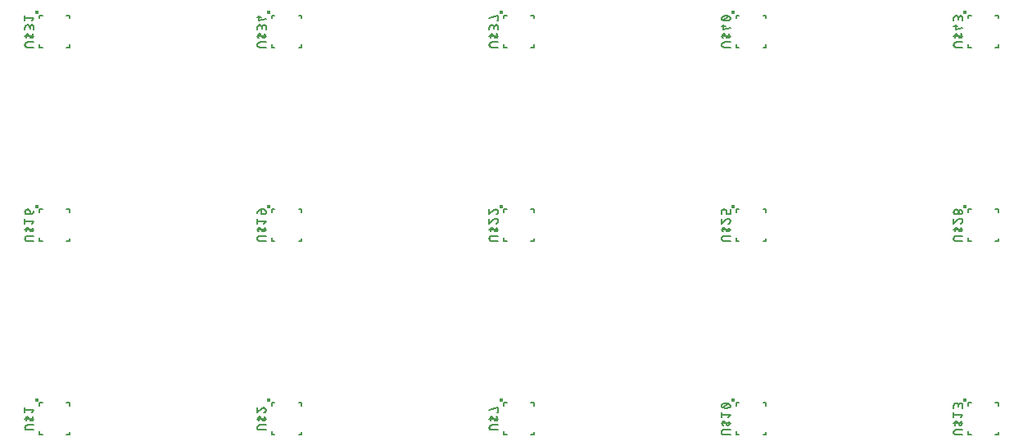
<source format=gbr>
G04 EAGLE Gerber X2 export*
%TF.Part,Single*%
%TF.FileFunction,Legend,Bot,1*%
%TF.FilePolarity,Positive*%
%TF.GenerationSoftware,Autodesk,EAGLE,8.7.1*%
%TF.CreationDate,2018-04-12T23:37:32Z*%
G75*
%MOMM*%
%FSLAX34Y34*%
%LPD*%
%AMOC8*
5,1,8,0,0,1.08239X$1,22.5*%
G01*
%ADD10C,0.127000*%
%ADD11C,0.400000*%


D10*
X63086Y20063D02*
X66086Y20063D01*
X91086Y20063D02*
X94086Y20063D01*
X94086Y53063D02*
X91086Y53063D01*
X66086Y53063D02*
X63086Y53063D01*
X63086Y50063D01*
X63086Y23563D02*
X63086Y20063D01*
X94086Y20063D02*
X94086Y23063D01*
X94086Y50063D02*
X94086Y53063D01*
X57340Y25055D02*
X50695Y25055D01*
X50595Y25057D01*
X50494Y25063D01*
X50395Y25073D01*
X50295Y25086D01*
X50196Y25104D01*
X50098Y25126D01*
X50001Y25151D01*
X49905Y25180D01*
X49810Y25213D01*
X49717Y25250D01*
X49625Y25290D01*
X49535Y25334D01*
X49446Y25381D01*
X49359Y25432D01*
X49275Y25486D01*
X49193Y25543D01*
X49113Y25604D01*
X49035Y25667D01*
X48960Y25734D01*
X48888Y25804D01*
X48818Y25876D01*
X48751Y25951D01*
X48688Y26029D01*
X48627Y26109D01*
X48570Y26191D01*
X48516Y26275D01*
X48465Y26362D01*
X48418Y26451D01*
X48374Y26541D01*
X48334Y26633D01*
X48297Y26726D01*
X48264Y26821D01*
X48235Y26917D01*
X48210Y27014D01*
X48188Y27112D01*
X48170Y27211D01*
X48157Y27311D01*
X48147Y27410D01*
X48141Y27511D01*
X48139Y27611D01*
X48141Y27711D01*
X48147Y27812D01*
X48157Y27911D01*
X48170Y28011D01*
X48188Y28110D01*
X48210Y28208D01*
X48235Y28305D01*
X48264Y28401D01*
X48297Y28496D01*
X48334Y28589D01*
X48374Y28681D01*
X48418Y28771D01*
X48465Y28860D01*
X48516Y28947D01*
X48570Y29031D01*
X48627Y29113D01*
X48688Y29193D01*
X48751Y29271D01*
X48818Y29346D01*
X48888Y29418D01*
X48960Y29488D01*
X49035Y29555D01*
X49113Y29618D01*
X49193Y29679D01*
X49275Y29736D01*
X49359Y29790D01*
X49446Y29841D01*
X49535Y29888D01*
X49625Y29932D01*
X49717Y29972D01*
X49810Y30009D01*
X49905Y30042D01*
X50001Y30071D01*
X50098Y30096D01*
X50196Y30118D01*
X50295Y30136D01*
X50395Y30149D01*
X50494Y30159D01*
X50595Y30165D01*
X50695Y30167D01*
X50695Y30166D02*
X57340Y30166D01*
X57340Y36720D02*
X48139Y36720D01*
X52739Y36720D02*
X53506Y35442D01*
X53547Y35377D01*
X53591Y35315D01*
X53639Y35254D01*
X53690Y35196D01*
X53743Y35141D01*
X53799Y35088D01*
X53858Y35038D01*
X53919Y34991D01*
X53983Y34948D01*
X54048Y34908D01*
X54116Y34871D01*
X54185Y34837D01*
X54256Y34807D01*
X54328Y34781D01*
X54402Y34758D01*
X54476Y34739D01*
X54552Y34724D01*
X54628Y34712D01*
X54705Y34705D01*
X54782Y34701D01*
X54859Y34702D01*
X54936Y34706D01*
X55012Y34714D01*
X55088Y34726D01*
X55164Y34741D01*
X55238Y34761D01*
X55311Y34784D01*
X55384Y34811D01*
X55454Y34841D01*
X55523Y34875D01*
X55591Y34913D01*
X55656Y34953D01*
X55719Y34997D01*
X55780Y35045D01*
X55838Y35095D01*
X55894Y35148D01*
X55947Y35204D01*
X55998Y35262D01*
X56045Y35323D01*
X56089Y35386D01*
X56130Y35451D01*
X56167Y35518D01*
X56201Y35588D01*
X56232Y35658D01*
X56259Y35730D01*
X56282Y35804D01*
X56301Y35878D01*
X56317Y35954D01*
X56317Y35953D02*
X56338Y36078D01*
X56355Y36204D01*
X56368Y36331D01*
X56377Y36457D01*
X56382Y36584D01*
X56383Y36711D01*
X56380Y36838D01*
X56373Y36965D01*
X56362Y37091D01*
X56347Y37217D01*
X56329Y37343D01*
X56306Y37468D01*
X56279Y37592D01*
X56249Y37715D01*
X56214Y37838D01*
X56176Y37959D01*
X56134Y38078D01*
X56089Y38197D01*
X56039Y38314D01*
X55986Y38429D01*
X55930Y38543D01*
X55869Y38655D01*
X55806Y38765D01*
X52739Y36720D02*
X51973Y37998D01*
X51972Y37998D02*
X51931Y38063D01*
X51887Y38125D01*
X51839Y38186D01*
X51788Y38244D01*
X51735Y38299D01*
X51679Y38352D01*
X51620Y38402D01*
X51559Y38449D01*
X51495Y38492D01*
X51430Y38533D01*
X51362Y38569D01*
X51293Y38603D01*
X51222Y38633D01*
X51150Y38659D01*
X51076Y38682D01*
X51002Y38701D01*
X50926Y38716D01*
X50850Y38728D01*
X50773Y38735D01*
X50696Y38739D01*
X50619Y38738D01*
X50542Y38734D01*
X50466Y38726D01*
X50390Y38714D01*
X50314Y38699D01*
X50240Y38679D01*
X50167Y38656D01*
X50094Y38629D01*
X50024Y38599D01*
X49955Y38565D01*
X49887Y38527D01*
X49822Y38487D01*
X49759Y38443D01*
X49698Y38395D01*
X49640Y38345D01*
X49584Y38292D01*
X49531Y38236D01*
X49480Y38178D01*
X49433Y38117D01*
X49389Y38054D01*
X49348Y37989D01*
X49311Y37922D01*
X49277Y37853D01*
X49246Y37782D01*
X49219Y37710D01*
X49196Y37636D01*
X49177Y37562D01*
X49161Y37486D01*
X49162Y37487D02*
X49141Y37362D01*
X49124Y37236D01*
X49111Y37109D01*
X49102Y36983D01*
X49097Y36856D01*
X49096Y36729D01*
X49099Y36602D01*
X49106Y36475D01*
X49117Y36349D01*
X49132Y36223D01*
X49150Y36097D01*
X49173Y35972D01*
X49200Y35848D01*
X49230Y35725D01*
X49265Y35603D01*
X49303Y35482D01*
X49345Y35362D01*
X49390Y35243D01*
X49440Y35126D01*
X49493Y35011D01*
X49549Y34897D01*
X49610Y34786D01*
X49673Y34676D01*
X55295Y42959D02*
X57340Y45515D01*
X48139Y45515D01*
X48139Y42959D02*
X48139Y48071D01*
D11*
X60086Y56063D03*
D10*
X303086Y20063D02*
X306086Y20063D01*
X331086Y20063D02*
X334086Y20063D01*
X334086Y53063D02*
X331086Y53063D01*
X306086Y53063D02*
X303086Y53063D01*
X303086Y50063D01*
X303086Y23563D02*
X303086Y20063D01*
X334086Y20063D02*
X334086Y23063D01*
X334086Y50063D02*
X334086Y53063D01*
X297340Y25055D02*
X290695Y25055D01*
X290595Y25057D01*
X290494Y25063D01*
X290395Y25073D01*
X290295Y25086D01*
X290196Y25104D01*
X290098Y25126D01*
X290001Y25151D01*
X289905Y25180D01*
X289810Y25213D01*
X289717Y25250D01*
X289625Y25290D01*
X289535Y25334D01*
X289446Y25381D01*
X289359Y25432D01*
X289275Y25486D01*
X289193Y25543D01*
X289113Y25604D01*
X289035Y25667D01*
X288960Y25734D01*
X288888Y25804D01*
X288818Y25876D01*
X288751Y25951D01*
X288688Y26029D01*
X288627Y26109D01*
X288570Y26191D01*
X288516Y26275D01*
X288465Y26362D01*
X288418Y26451D01*
X288374Y26541D01*
X288334Y26633D01*
X288297Y26726D01*
X288264Y26821D01*
X288235Y26917D01*
X288210Y27014D01*
X288188Y27112D01*
X288170Y27211D01*
X288157Y27311D01*
X288147Y27410D01*
X288141Y27511D01*
X288139Y27611D01*
X288141Y27711D01*
X288147Y27812D01*
X288157Y27911D01*
X288170Y28011D01*
X288188Y28110D01*
X288210Y28208D01*
X288235Y28305D01*
X288264Y28401D01*
X288297Y28496D01*
X288334Y28589D01*
X288374Y28681D01*
X288418Y28771D01*
X288465Y28860D01*
X288516Y28947D01*
X288570Y29031D01*
X288627Y29113D01*
X288688Y29193D01*
X288751Y29271D01*
X288818Y29346D01*
X288888Y29418D01*
X288960Y29488D01*
X289035Y29555D01*
X289113Y29618D01*
X289193Y29679D01*
X289275Y29736D01*
X289359Y29790D01*
X289446Y29841D01*
X289535Y29888D01*
X289625Y29932D01*
X289717Y29972D01*
X289810Y30009D01*
X289905Y30042D01*
X290001Y30071D01*
X290098Y30096D01*
X290196Y30118D01*
X290295Y30136D01*
X290395Y30149D01*
X290494Y30159D01*
X290595Y30165D01*
X290695Y30167D01*
X290695Y30166D02*
X297340Y30166D01*
X297340Y36720D02*
X288139Y36720D01*
X292739Y36720D02*
X293506Y35442D01*
X293547Y35377D01*
X293591Y35315D01*
X293639Y35254D01*
X293690Y35196D01*
X293743Y35141D01*
X293799Y35088D01*
X293858Y35038D01*
X293919Y34991D01*
X293983Y34948D01*
X294048Y34908D01*
X294116Y34871D01*
X294185Y34837D01*
X294256Y34807D01*
X294328Y34781D01*
X294402Y34758D01*
X294476Y34739D01*
X294552Y34724D01*
X294628Y34712D01*
X294705Y34705D01*
X294782Y34701D01*
X294859Y34702D01*
X294936Y34706D01*
X295012Y34714D01*
X295088Y34726D01*
X295164Y34741D01*
X295238Y34761D01*
X295311Y34784D01*
X295384Y34811D01*
X295454Y34841D01*
X295523Y34875D01*
X295591Y34913D01*
X295656Y34953D01*
X295719Y34997D01*
X295780Y35045D01*
X295838Y35095D01*
X295894Y35148D01*
X295947Y35204D01*
X295998Y35262D01*
X296045Y35323D01*
X296089Y35386D01*
X296130Y35451D01*
X296167Y35518D01*
X296201Y35588D01*
X296232Y35658D01*
X296259Y35730D01*
X296282Y35804D01*
X296301Y35878D01*
X296317Y35954D01*
X296317Y35953D02*
X296338Y36078D01*
X296355Y36204D01*
X296368Y36331D01*
X296377Y36457D01*
X296382Y36584D01*
X296383Y36711D01*
X296380Y36838D01*
X296373Y36965D01*
X296362Y37091D01*
X296347Y37217D01*
X296329Y37343D01*
X296306Y37468D01*
X296279Y37592D01*
X296249Y37715D01*
X296214Y37838D01*
X296176Y37959D01*
X296134Y38078D01*
X296089Y38197D01*
X296039Y38314D01*
X295986Y38429D01*
X295930Y38543D01*
X295869Y38655D01*
X295806Y38765D01*
X292739Y36720D02*
X291973Y37998D01*
X291972Y37998D02*
X291931Y38063D01*
X291887Y38125D01*
X291839Y38186D01*
X291788Y38244D01*
X291735Y38299D01*
X291679Y38352D01*
X291620Y38402D01*
X291559Y38449D01*
X291495Y38492D01*
X291430Y38533D01*
X291362Y38569D01*
X291293Y38603D01*
X291222Y38633D01*
X291150Y38659D01*
X291076Y38682D01*
X291002Y38701D01*
X290926Y38716D01*
X290850Y38728D01*
X290773Y38735D01*
X290696Y38739D01*
X290619Y38738D01*
X290542Y38734D01*
X290466Y38726D01*
X290390Y38714D01*
X290314Y38699D01*
X290240Y38679D01*
X290167Y38656D01*
X290094Y38629D01*
X290024Y38599D01*
X289955Y38565D01*
X289887Y38527D01*
X289822Y38487D01*
X289759Y38443D01*
X289698Y38395D01*
X289640Y38345D01*
X289584Y38292D01*
X289531Y38236D01*
X289480Y38178D01*
X289433Y38117D01*
X289389Y38054D01*
X289348Y37989D01*
X289311Y37922D01*
X289277Y37853D01*
X289246Y37782D01*
X289219Y37710D01*
X289196Y37636D01*
X289177Y37562D01*
X289161Y37486D01*
X289162Y37487D02*
X289141Y37362D01*
X289124Y37236D01*
X289111Y37109D01*
X289102Y36983D01*
X289097Y36856D01*
X289096Y36729D01*
X289099Y36602D01*
X289106Y36475D01*
X289117Y36349D01*
X289132Y36223D01*
X289150Y36097D01*
X289173Y35972D01*
X289200Y35848D01*
X289230Y35725D01*
X289265Y35603D01*
X289303Y35482D01*
X289345Y35362D01*
X289390Y35243D01*
X289440Y35126D01*
X289493Y35011D01*
X289549Y34897D01*
X289610Y34786D01*
X289673Y34676D01*
X297340Y45771D02*
X297338Y45866D01*
X297332Y45961D01*
X297322Y46055D01*
X297309Y46150D01*
X297291Y46243D01*
X297270Y46336D01*
X297244Y46427D01*
X297215Y46518D01*
X297183Y46607D01*
X297146Y46695D01*
X297106Y46781D01*
X297063Y46866D01*
X297016Y46948D01*
X296965Y47029D01*
X296912Y47107D01*
X296855Y47184D01*
X296795Y47257D01*
X296732Y47329D01*
X296666Y47397D01*
X296598Y47463D01*
X296526Y47526D01*
X296453Y47586D01*
X296376Y47643D01*
X296298Y47696D01*
X296217Y47747D01*
X296135Y47794D01*
X296050Y47837D01*
X295964Y47877D01*
X295876Y47914D01*
X295787Y47946D01*
X295696Y47975D01*
X295605Y48001D01*
X295512Y48022D01*
X295419Y48040D01*
X295324Y48053D01*
X295230Y48063D01*
X295135Y48069D01*
X295040Y48071D01*
X297340Y45771D02*
X297338Y45665D01*
X297332Y45559D01*
X297323Y45453D01*
X297310Y45348D01*
X297292Y45243D01*
X297272Y45139D01*
X297247Y45036D01*
X297219Y44933D01*
X297187Y44832D01*
X297151Y44732D01*
X297112Y44633D01*
X297070Y44536D01*
X297023Y44440D01*
X296974Y44346D01*
X296921Y44254D01*
X296865Y44164D01*
X296806Y44076D01*
X296743Y43990D01*
X296678Y43907D01*
X296609Y43826D01*
X296538Y43747D01*
X296464Y43671D01*
X296387Y43598D01*
X296308Y43527D01*
X296226Y43459D01*
X296142Y43395D01*
X296055Y43333D01*
X295966Y43275D01*
X295876Y43220D01*
X295783Y43168D01*
X295689Y43119D01*
X295593Y43074D01*
X295495Y43032D01*
X295396Y42994D01*
X295295Y42960D01*
X293251Y47304D02*
X293318Y47372D01*
X293387Y47437D01*
X293459Y47499D01*
X293534Y47559D01*
X293610Y47615D01*
X293689Y47669D01*
X293770Y47720D01*
X293853Y47767D01*
X293937Y47811D01*
X294023Y47852D01*
X294111Y47890D01*
X294200Y47924D01*
X294290Y47954D01*
X294381Y47982D01*
X294473Y48005D01*
X294567Y48025D01*
X294660Y48042D01*
X294755Y48054D01*
X294850Y48064D01*
X294945Y48069D01*
X295040Y48071D01*
X293251Y47304D02*
X288139Y42959D01*
X288139Y48071D01*
D11*
X300086Y56063D03*
D10*
X543086Y20063D02*
X546086Y20063D01*
X571086Y20063D02*
X574086Y20063D01*
X574086Y53063D02*
X571086Y53063D01*
X546086Y53063D02*
X543086Y53063D01*
X543086Y50063D01*
X543086Y23563D02*
X543086Y20063D01*
X574086Y20063D02*
X574086Y23063D01*
X574086Y50063D02*
X574086Y53063D01*
X537340Y25055D02*
X530695Y25055D01*
X530595Y25057D01*
X530494Y25063D01*
X530395Y25073D01*
X530295Y25086D01*
X530196Y25104D01*
X530098Y25126D01*
X530001Y25151D01*
X529905Y25180D01*
X529810Y25213D01*
X529717Y25250D01*
X529625Y25290D01*
X529535Y25334D01*
X529446Y25381D01*
X529359Y25432D01*
X529275Y25486D01*
X529193Y25543D01*
X529113Y25604D01*
X529035Y25667D01*
X528960Y25734D01*
X528888Y25804D01*
X528818Y25876D01*
X528751Y25951D01*
X528688Y26029D01*
X528627Y26109D01*
X528570Y26191D01*
X528516Y26275D01*
X528465Y26362D01*
X528418Y26451D01*
X528374Y26541D01*
X528334Y26633D01*
X528297Y26726D01*
X528264Y26821D01*
X528235Y26917D01*
X528210Y27014D01*
X528188Y27112D01*
X528170Y27211D01*
X528157Y27311D01*
X528147Y27410D01*
X528141Y27511D01*
X528139Y27611D01*
X528141Y27711D01*
X528147Y27812D01*
X528157Y27911D01*
X528170Y28011D01*
X528188Y28110D01*
X528210Y28208D01*
X528235Y28305D01*
X528264Y28401D01*
X528297Y28496D01*
X528334Y28589D01*
X528374Y28681D01*
X528418Y28771D01*
X528465Y28860D01*
X528516Y28947D01*
X528570Y29031D01*
X528627Y29113D01*
X528688Y29193D01*
X528751Y29271D01*
X528818Y29346D01*
X528888Y29418D01*
X528960Y29488D01*
X529035Y29555D01*
X529113Y29618D01*
X529193Y29679D01*
X529275Y29736D01*
X529359Y29790D01*
X529446Y29841D01*
X529535Y29888D01*
X529625Y29932D01*
X529717Y29972D01*
X529810Y30009D01*
X529905Y30042D01*
X530001Y30071D01*
X530098Y30096D01*
X530196Y30118D01*
X530295Y30136D01*
X530395Y30149D01*
X530494Y30159D01*
X530595Y30165D01*
X530695Y30167D01*
X530695Y30166D02*
X537340Y30166D01*
X537340Y36720D02*
X528139Y36720D01*
X532739Y36720D02*
X533506Y35442D01*
X533547Y35377D01*
X533591Y35315D01*
X533639Y35254D01*
X533690Y35196D01*
X533743Y35141D01*
X533799Y35088D01*
X533858Y35038D01*
X533919Y34991D01*
X533983Y34948D01*
X534048Y34908D01*
X534116Y34871D01*
X534185Y34837D01*
X534256Y34807D01*
X534328Y34781D01*
X534402Y34758D01*
X534476Y34739D01*
X534552Y34724D01*
X534628Y34712D01*
X534705Y34705D01*
X534782Y34701D01*
X534859Y34702D01*
X534936Y34706D01*
X535012Y34714D01*
X535088Y34726D01*
X535164Y34741D01*
X535238Y34761D01*
X535311Y34784D01*
X535384Y34811D01*
X535454Y34841D01*
X535523Y34875D01*
X535591Y34913D01*
X535656Y34953D01*
X535719Y34997D01*
X535780Y35045D01*
X535838Y35095D01*
X535894Y35148D01*
X535947Y35204D01*
X535998Y35262D01*
X536045Y35323D01*
X536089Y35386D01*
X536130Y35451D01*
X536167Y35518D01*
X536201Y35588D01*
X536232Y35658D01*
X536259Y35730D01*
X536282Y35804D01*
X536301Y35878D01*
X536317Y35954D01*
X536317Y35953D02*
X536338Y36078D01*
X536355Y36204D01*
X536368Y36331D01*
X536377Y36457D01*
X536382Y36584D01*
X536383Y36711D01*
X536380Y36838D01*
X536373Y36965D01*
X536362Y37091D01*
X536347Y37217D01*
X536329Y37343D01*
X536306Y37468D01*
X536279Y37592D01*
X536249Y37715D01*
X536214Y37838D01*
X536176Y37959D01*
X536134Y38078D01*
X536089Y38197D01*
X536039Y38314D01*
X535986Y38429D01*
X535930Y38543D01*
X535869Y38655D01*
X535806Y38765D01*
X532739Y36720D02*
X531973Y37998D01*
X531972Y37998D02*
X531931Y38063D01*
X531887Y38125D01*
X531839Y38186D01*
X531788Y38244D01*
X531735Y38299D01*
X531679Y38352D01*
X531620Y38402D01*
X531559Y38449D01*
X531495Y38492D01*
X531430Y38533D01*
X531362Y38569D01*
X531293Y38603D01*
X531222Y38633D01*
X531150Y38659D01*
X531076Y38682D01*
X531002Y38701D01*
X530926Y38716D01*
X530850Y38728D01*
X530773Y38735D01*
X530696Y38739D01*
X530619Y38738D01*
X530542Y38734D01*
X530466Y38726D01*
X530390Y38714D01*
X530314Y38699D01*
X530240Y38679D01*
X530167Y38656D01*
X530094Y38629D01*
X530024Y38599D01*
X529955Y38565D01*
X529887Y38527D01*
X529822Y38487D01*
X529759Y38443D01*
X529698Y38395D01*
X529640Y38345D01*
X529584Y38292D01*
X529531Y38236D01*
X529480Y38178D01*
X529433Y38117D01*
X529389Y38054D01*
X529348Y37989D01*
X529311Y37922D01*
X529277Y37853D01*
X529246Y37782D01*
X529219Y37710D01*
X529196Y37636D01*
X529177Y37562D01*
X529161Y37486D01*
X529162Y37487D02*
X529141Y37362D01*
X529124Y37236D01*
X529111Y37109D01*
X529102Y36983D01*
X529097Y36856D01*
X529096Y36729D01*
X529099Y36602D01*
X529106Y36475D01*
X529117Y36349D01*
X529132Y36223D01*
X529150Y36097D01*
X529173Y35972D01*
X529200Y35848D01*
X529230Y35725D01*
X529265Y35603D01*
X529303Y35482D01*
X529345Y35362D01*
X529390Y35243D01*
X529440Y35126D01*
X529493Y35011D01*
X529549Y34897D01*
X529610Y34786D01*
X529673Y34676D01*
X536317Y42959D02*
X537340Y42959D01*
X537340Y48071D01*
X528139Y45515D01*
D11*
X540086Y56063D03*
D10*
X783086Y20063D02*
X786086Y20063D01*
X811086Y20063D02*
X814086Y20063D01*
X814086Y53063D02*
X811086Y53063D01*
X786086Y53063D02*
X783086Y53063D01*
X783086Y50063D01*
X783086Y23563D02*
X783086Y20063D01*
X814086Y20063D02*
X814086Y23063D01*
X814086Y50063D02*
X814086Y53063D01*
X777340Y20343D02*
X770695Y20343D01*
X770595Y20345D01*
X770494Y20351D01*
X770395Y20361D01*
X770295Y20374D01*
X770196Y20392D01*
X770098Y20414D01*
X770001Y20439D01*
X769905Y20468D01*
X769810Y20501D01*
X769717Y20538D01*
X769625Y20578D01*
X769535Y20622D01*
X769446Y20669D01*
X769359Y20720D01*
X769275Y20774D01*
X769193Y20831D01*
X769113Y20892D01*
X769035Y20955D01*
X768960Y21022D01*
X768888Y21092D01*
X768818Y21164D01*
X768751Y21239D01*
X768688Y21317D01*
X768627Y21397D01*
X768570Y21479D01*
X768516Y21563D01*
X768465Y21650D01*
X768418Y21739D01*
X768374Y21829D01*
X768334Y21921D01*
X768297Y22014D01*
X768264Y22109D01*
X768235Y22205D01*
X768210Y22302D01*
X768188Y22400D01*
X768170Y22499D01*
X768157Y22599D01*
X768147Y22698D01*
X768141Y22799D01*
X768139Y22899D01*
X768141Y22999D01*
X768147Y23100D01*
X768157Y23199D01*
X768170Y23299D01*
X768188Y23398D01*
X768210Y23496D01*
X768235Y23593D01*
X768264Y23689D01*
X768297Y23784D01*
X768334Y23877D01*
X768374Y23969D01*
X768418Y24059D01*
X768465Y24148D01*
X768516Y24235D01*
X768570Y24319D01*
X768627Y24401D01*
X768688Y24481D01*
X768751Y24559D01*
X768818Y24634D01*
X768888Y24706D01*
X768960Y24776D01*
X769035Y24843D01*
X769113Y24906D01*
X769193Y24967D01*
X769275Y25024D01*
X769359Y25078D01*
X769446Y25129D01*
X769535Y25176D01*
X769625Y25220D01*
X769717Y25260D01*
X769810Y25297D01*
X769905Y25330D01*
X770001Y25359D01*
X770098Y25384D01*
X770196Y25406D01*
X770295Y25424D01*
X770395Y25437D01*
X770494Y25447D01*
X770595Y25453D01*
X770695Y25455D01*
X777340Y25455D01*
X777340Y32008D02*
X768139Y32008D01*
X772739Y32008D02*
X773506Y30730D01*
X773547Y30665D01*
X773591Y30603D01*
X773639Y30542D01*
X773690Y30484D01*
X773743Y30429D01*
X773799Y30376D01*
X773858Y30326D01*
X773919Y30279D01*
X773983Y30236D01*
X774048Y30196D01*
X774116Y30159D01*
X774185Y30125D01*
X774256Y30095D01*
X774328Y30069D01*
X774402Y30046D01*
X774476Y30027D01*
X774552Y30012D01*
X774628Y30000D01*
X774705Y29993D01*
X774782Y29989D01*
X774859Y29990D01*
X774936Y29994D01*
X775012Y30002D01*
X775088Y30014D01*
X775164Y30029D01*
X775238Y30049D01*
X775311Y30072D01*
X775384Y30099D01*
X775454Y30129D01*
X775523Y30163D01*
X775591Y30201D01*
X775656Y30241D01*
X775719Y30285D01*
X775780Y30333D01*
X775838Y30383D01*
X775894Y30436D01*
X775947Y30492D01*
X775998Y30550D01*
X776045Y30611D01*
X776089Y30674D01*
X776130Y30739D01*
X776167Y30806D01*
X776201Y30876D01*
X776232Y30946D01*
X776259Y31018D01*
X776282Y31092D01*
X776301Y31166D01*
X776317Y31242D01*
X776317Y31241D02*
X776338Y31366D01*
X776355Y31492D01*
X776368Y31619D01*
X776377Y31745D01*
X776382Y31872D01*
X776383Y31999D01*
X776380Y32126D01*
X776373Y32253D01*
X776362Y32379D01*
X776347Y32505D01*
X776329Y32631D01*
X776306Y32756D01*
X776279Y32880D01*
X776249Y33003D01*
X776214Y33126D01*
X776176Y33247D01*
X776134Y33366D01*
X776089Y33485D01*
X776039Y33602D01*
X775986Y33717D01*
X775930Y33831D01*
X775869Y33943D01*
X775806Y34053D01*
X772739Y32008D02*
X771973Y33286D01*
X771972Y33286D02*
X771931Y33351D01*
X771887Y33413D01*
X771839Y33474D01*
X771788Y33532D01*
X771735Y33587D01*
X771679Y33640D01*
X771620Y33690D01*
X771559Y33737D01*
X771495Y33780D01*
X771430Y33821D01*
X771362Y33857D01*
X771293Y33891D01*
X771222Y33921D01*
X771150Y33947D01*
X771076Y33970D01*
X771002Y33989D01*
X770926Y34004D01*
X770850Y34016D01*
X770773Y34023D01*
X770696Y34027D01*
X770619Y34026D01*
X770542Y34022D01*
X770466Y34014D01*
X770390Y34002D01*
X770314Y33987D01*
X770240Y33967D01*
X770167Y33944D01*
X770094Y33917D01*
X770024Y33887D01*
X769955Y33853D01*
X769887Y33815D01*
X769822Y33775D01*
X769759Y33731D01*
X769698Y33683D01*
X769640Y33633D01*
X769584Y33580D01*
X769531Y33524D01*
X769480Y33466D01*
X769433Y33405D01*
X769389Y33342D01*
X769348Y33277D01*
X769311Y33210D01*
X769277Y33141D01*
X769246Y33070D01*
X769219Y32998D01*
X769196Y32924D01*
X769177Y32850D01*
X769161Y32774D01*
X769162Y32775D02*
X769141Y32650D01*
X769124Y32524D01*
X769111Y32397D01*
X769102Y32271D01*
X769097Y32144D01*
X769096Y32017D01*
X769099Y31890D01*
X769106Y31763D01*
X769117Y31637D01*
X769132Y31511D01*
X769150Y31385D01*
X769173Y31260D01*
X769200Y31136D01*
X769230Y31013D01*
X769265Y30891D01*
X769303Y30770D01*
X769345Y30650D01*
X769390Y30531D01*
X769440Y30414D01*
X769493Y30299D01*
X769549Y30185D01*
X769610Y30074D01*
X769673Y29964D01*
X775295Y38248D02*
X777340Y40803D01*
X768139Y40803D01*
X768139Y38248D02*
X768139Y43359D01*
X772739Y47671D02*
X772920Y47673D01*
X773101Y47680D01*
X773282Y47690D01*
X773462Y47706D01*
X773642Y47725D01*
X773821Y47749D01*
X774000Y47777D01*
X774178Y47809D01*
X774356Y47845D01*
X774532Y47886D01*
X774707Y47931D01*
X774881Y47980D01*
X775054Y48033D01*
X775226Y48091D01*
X775396Y48152D01*
X775565Y48217D01*
X775732Y48287D01*
X775898Y48360D01*
X776061Y48438D01*
X776140Y48467D01*
X776217Y48499D01*
X776293Y48535D01*
X776367Y48574D01*
X776439Y48617D01*
X776510Y48662D01*
X776578Y48711D01*
X776644Y48762D01*
X776708Y48817D01*
X776769Y48874D01*
X776828Y48934D01*
X776883Y48996D01*
X776937Y49061D01*
X776987Y49128D01*
X777034Y49197D01*
X777078Y49268D01*
X777119Y49341D01*
X777156Y49416D01*
X777191Y49493D01*
X777221Y49571D01*
X777249Y49650D01*
X777273Y49730D01*
X777293Y49812D01*
X777309Y49894D01*
X777322Y49976D01*
X777332Y50060D01*
X777337Y50143D01*
X777339Y50227D01*
X777337Y50311D01*
X777332Y50394D01*
X777322Y50478D01*
X777309Y50560D01*
X777293Y50642D01*
X777273Y50724D01*
X777249Y50804D01*
X777221Y50883D01*
X777191Y50961D01*
X777156Y51038D01*
X777119Y51113D01*
X777078Y51186D01*
X777034Y51257D01*
X776987Y51326D01*
X776937Y51393D01*
X776883Y51458D01*
X776828Y51520D01*
X776769Y51580D01*
X776708Y51637D01*
X776644Y51692D01*
X776578Y51743D01*
X776510Y51792D01*
X776439Y51837D01*
X776367Y51880D01*
X776293Y51919D01*
X776217Y51955D01*
X776140Y51987D01*
X776061Y52016D01*
X776062Y52016D02*
X775898Y52094D01*
X775732Y52167D01*
X775565Y52237D01*
X775397Y52302D01*
X775226Y52363D01*
X775055Y52421D01*
X774882Y52474D01*
X774707Y52523D01*
X774532Y52568D01*
X774356Y52609D01*
X774178Y52645D01*
X774000Y52677D01*
X773821Y52705D01*
X773642Y52729D01*
X773462Y52748D01*
X773282Y52764D01*
X773101Y52774D01*
X772920Y52781D01*
X772739Y52783D01*
X772739Y47671D02*
X772558Y47673D01*
X772377Y47680D01*
X772196Y47690D01*
X772016Y47706D01*
X771836Y47725D01*
X771657Y47749D01*
X771478Y47777D01*
X771300Y47809D01*
X771122Y47845D01*
X770946Y47886D01*
X770771Y47931D01*
X770597Y47980D01*
X770424Y48033D01*
X770252Y48091D01*
X770082Y48152D01*
X769913Y48217D01*
X769746Y48287D01*
X769580Y48360D01*
X769417Y48438D01*
X769338Y48467D01*
X769261Y48500D01*
X769185Y48535D01*
X769111Y48574D01*
X769039Y48617D01*
X768968Y48662D01*
X768900Y48711D01*
X768834Y48762D01*
X768770Y48817D01*
X768709Y48874D01*
X768650Y48934D01*
X768595Y48996D01*
X768541Y49061D01*
X768491Y49128D01*
X768444Y49197D01*
X768400Y49268D01*
X768359Y49341D01*
X768322Y49416D01*
X768287Y49493D01*
X768257Y49571D01*
X768229Y49650D01*
X768205Y49730D01*
X768185Y49812D01*
X768169Y49894D01*
X768156Y49976D01*
X768146Y50060D01*
X768141Y50143D01*
X768139Y50227D01*
X769417Y52016D02*
X769580Y52094D01*
X769746Y52167D01*
X769913Y52237D01*
X770082Y52302D01*
X770252Y52363D01*
X770423Y52421D01*
X770596Y52474D01*
X770771Y52523D01*
X770946Y52568D01*
X771122Y52609D01*
X771300Y52645D01*
X771478Y52677D01*
X771657Y52705D01*
X771836Y52729D01*
X772016Y52748D01*
X772196Y52764D01*
X772377Y52774D01*
X772558Y52781D01*
X772739Y52783D01*
X769417Y52016D02*
X769338Y51987D01*
X769261Y51955D01*
X769185Y51919D01*
X769111Y51880D01*
X769039Y51837D01*
X768968Y51792D01*
X768900Y51743D01*
X768834Y51692D01*
X768770Y51637D01*
X768709Y51580D01*
X768650Y51520D01*
X768595Y51458D01*
X768541Y51393D01*
X768491Y51326D01*
X768444Y51257D01*
X768400Y51186D01*
X768359Y51113D01*
X768322Y51038D01*
X768287Y50961D01*
X768257Y50883D01*
X768229Y50804D01*
X768205Y50724D01*
X768185Y50642D01*
X768169Y50560D01*
X768156Y50478D01*
X768146Y50394D01*
X768141Y50311D01*
X768139Y50227D01*
X770184Y48182D02*
X775295Y52271D01*
D11*
X780086Y56063D03*
D10*
X1023086Y20063D02*
X1026086Y20063D01*
X1051086Y20063D02*
X1054086Y20063D01*
X1054086Y53063D02*
X1051086Y53063D01*
X1026086Y53063D02*
X1023086Y53063D01*
X1023086Y50063D01*
X1023086Y23563D02*
X1023086Y20063D01*
X1054086Y20063D02*
X1054086Y23063D01*
X1054086Y50063D02*
X1054086Y53063D01*
X1017340Y20343D02*
X1010695Y20343D01*
X1010595Y20345D01*
X1010494Y20351D01*
X1010395Y20361D01*
X1010295Y20374D01*
X1010196Y20392D01*
X1010098Y20414D01*
X1010001Y20439D01*
X1009905Y20468D01*
X1009810Y20501D01*
X1009717Y20538D01*
X1009625Y20578D01*
X1009535Y20622D01*
X1009446Y20669D01*
X1009359Y20720D01*
X1009275Y20774D01*
X1009193Y20831D01*
X1009113Y20892D01*
X1009035Y20955D01*
X1008960Y21022D01*
X1008888Y21092D01*
X1008818Y21164D01*
X1008751Y21239D01*
X1008688Y21317D01*
X1008627Y21397D01*
X1008570Y21479D01*
X1008516Y21563D01*
X1008465Y21650D01*
X1008418Y21739D01*
X1008374Y21829D01*
X1008334Y21921D01*
X1008297Y22014D01*
X1008264Y22109D01*
X1008235Y22205D01*
X1008210Y22302D01*
X1008188Y22400D01*
X1008170Y22499D01*
X1008157Y22599D01*
X1008147Y22698D01*
X1008141Y22799D01*
X1008139Y22899D01*
X1008141Y22999D01*
X1008147Y23100D01*
X1008157Y23199D01*
X1008170Y23299D01*
X1008188Y23398D01*
X1008210Y23496D01*
X1008235Y23593D01*
X1008264Y23689D01*
X1008297Y23784D01*
X1008334Y23877D01*
X1008374Y23969D01*
X1008418Y24059D01*
X1008465Y24148D01*
X1008516Y24235D01*
X1008570Y24319D01*
X1008627Y24401D01*
X1008688Y24481D01*
X1008751Y24559D01*
X1008818Y24634D01*
X1008888Y24706D01*
X1008960Y24776D01*
X1009035Y24843D01*
X1009113Y24906D01*
X1009193Y24967D01*
X1009275Y25024D01*
X1009359Y25078D01*
X1009446Y25129D01*
X1009535Y25176D01*
X1009625Y25220D01*
X1009717Y25260D01*
X1009810Y25297D01*
X1009905Y25330D01*
X1010001Y25359D01*
X1010098Y25384D01*
X1010196Y25406D01*
X1010295Y25424D01*
X1010395Y25437D01*
X1010494Y25447D01*
X1010595Y25453D01*
X1010695Y25455D01*
X1017340Y25455D01*
X1017340Y32008D02*
X1008139Y32008D01*
X1012739Y32008D02*
X1013506Y30730D01*
X1013547Y30665D01*
X1013591Y30603D01*
X1013639Y30542D01*
X1013690Y30484D01*
X1013743Y30429D01*
X1013799Y30376D01*
X1013858Y30326D01*
X1013919Y30279D01*
X1013983Y30236D01*
X1014048Y30196D01*
X1014116Y30159D01*
X1014185Y30125D01*
X1014256Y30095D01*
X1014328Y30069D01*
X1014402Y30046D01*
X1014476Y30027D01*
X1014552Y30012D01*
X1014628Y30000D01*
X1014705Y29993D01*
X1014782Y29989D01*
X1014859Y29990D01*
X1014936Y29994D01*
X1015012Y30002D01*
X1015088Y30014D01*
X1015164Y30029D01*
X1015238Y30049D01*
X1015311Y30072D01*
X1015384Y30099D01*
X1015454Y30129D01*
X1015523Y30163D01*
X1015591Y30201D01*
X1015656Y30241D01*
X1015719Y30285D01*
X1015780Y30333D01*
X1015838Y30383D01*
X1015894Y30436D01*
X1015947Y30492D01*
X1015998Y30550D01*
X1016045Y30611D01*
X1016089Y30674D01*
X1016130Y30739D01*
X1016167Y30806D01*
X1016201Y30876D01*
X1016232Y30946D01*
X1016259Y31018D01*
X1016282Y31092D01*
X1016301Y31166D01*
X1016317Y31242D01*
X1016317Y31241D02*
X1016338Y31366D01*
X1016355Y31492D01*
X1016368Y31619D01*
X1016377Y31745D01*
X1016382Y31872D01*
X1016383Y31999D01*
X1016380Y32126D01*
X1016373Y32253D01*
X1016362Y32379D01*
X1016347Y32505D01*
X1016329Y32631D01*
X1016306Y32756D01*
X1016279Y32880D01*
X1016249Y33003D01*
X1016214Y33126D01*
X1016176Y33247D01*
X1016134Y33366D01*
X1016089Y33485D01*
X1016039Y33602D01*
X1015986Y33717D01*
X1015930Y33831D01*
X1015869Y33943D01*
X1015806Y34053D01*
X1012739Y32008D02*
X1011973Y33286D01*
X1011972Y33286D02*
X1011931Y33351D01*
X1011887Y33413D01*
X1011839Y33474D01*
X1011788Y33532D01*
X1011735Y33587D01*
X1011679Y33640D01*
X1011620Y33690D01*
X1011559Y33737D01*
X1011495Y33780D01*
X1011430Y33821D01*
X1011362Y33857D01*
X1011293Y33891D01*
X1011222Y33921D01*
X1011150Y33947D01*
X1011076Y33970D01*
X1011002Y33989D01*
X1010926Y34004D01*
X1010850Y34016D01*
X1010773Y34023D01*
X1010696Y34027D01*
X1010619Y34026D01*
X1010542Y34022D01*
X1010466Y34014D01*
X1010390Y34002D01*
X1010314Y33987D01*
X1010240Y33967D01*
X1010167Y33944D01*
X1010094Y33917D01*
X1010024Y33887D01*
X1009955Y33853D01*
X1009887Y33815D01*
X1009822Y33775D01*
X1009759Y33731D01*
X1009698Y33683D01*
X1009640Y33633D01*
X1009584Y33580D01*
X1009531Y33524D01*
X1009480Y33466D01*
X1009433Y33405D01*
X1009389Y33342D01*
X1009348Y33277D01*
X1009311Y33210D01*
X1009277Y33141D01*
X1009246Y33070D01*
X1009219Y32998D01*
X1009196Y32924D01*
X1009177Y32850D01*
X1009161Y32774D01*
X1009162Y32775D02*
X1009141Y32650D01*
X1009124Y32524D01*
X1009111Y32397D01*
X1009102Y32271D01*
X1009097Y32144D01*
X1009096Y32017D01*
X1009099Y31890D01*
X1009106Y31763D01*
X1009117Y31637D01*
X1009132Y31511D01*
X1009150Y31385D01*
X1009173Y31260D01*
X1009200Y31136D01*
X1009230Y31013D01*
X1009265Y30891D01*
X1009303Y30770D01*
X1009345Y30650D01*
X1009390Y30531D01*
X1009440Y30414D01*
X1009493Y30299D01*
X1009549Y30185D01*
X1009610Y30074D01*
X1009673Y29964D01*
X1015295Y38248D02*
X1017340Y40803D01*
X1008139Y40803D01*
X1008139Y38248D02*
X1008139Y43359D01*
X1008139Y47671D02*
X1008139Y50227D01*
X1008141Y50327D01*
X1008147Y50428D01*
X1008157Y50527D01*
X1008170Y50627D01*
X1008188Y50726D01*
X1008210Y50824D01*
X1008235Y50921D01*
X1008264Y51017D01*
X1008297Y51112D01*
X1008334Y51205D01*
X1008374Y51297D01*
X1008418Y51387D01*
X1008465Y51476D01*
X1008516Y51563D01*
X1008570Y51647D01*
X1008627Y51729D01*
X1008688Y51809D01*
X1008751Y51887D01*
X1008818Y51962D01*
X1008888Y52034D01*
X1008960Y52104D01*
X1009035Y52171D01*
X1009113Y52234D01*
X1009193Y52295D01*
X1009275Y52352D01*
X1009359Y52406D01*
X1009446Y52457D01*
X1009535Y52504D01*
X1009625Y52548D01*
X1009717Y52588D01*
X1009810Y52625D01*
X1009905Y52658D01*
X1010001Y52687D01*
X1010098Y52712D01*
X1010196Y52734D01*
X1010295Y52752D01*
X1010395Y52765D01*
X1010494Y52775D01*
X1010595Y52781D01*
X1010695Y52783D01*
X1010795Y52781D01*
X1010896Y52775D01*
X1010995Y52765D01*
X1011095Y52752D01*
X1011194Y52734D01*
X1011292Y52712D01*
X1011389Y52687D01*
X1011485Y52658D01*
X1011580Y52625D01*
X1011673Y52588D01*
X1011765Y52548D01*
X1011855Y52504D01*
X1011944Y52457D01*
X1012031Y52406D01*
X1012115Y52352D01*
X1012197Y52295D01*
X1012277Y52234D01*
X1012355Y52171D01*
X1012430Y52104D01*
X1012502Y52034D01*
X1012572Y51962D01*
X1012639Y51887D01*
X1012702Y51809D01*
X1012763Y51729D01*
X1012820Y51647D01*
X1012874Y51563D01*
X1012925Y51476D01*
X1012972Y51387D01*
X1013016Y51297D01*
X1013056Y51205D01*
X1013093Y51112D01*
X1013126Y51017D01*
X1013155Y50921D01*
X1013180Y50824D01*
X1013202Y50726D01*
X1013220Y50627D01*
X1013233Y50527D01*
X1013243Y50428D01*
X1013249Y50327D01*
X1013251Y50227D01*
X1017340Y50738D02*
X1017340Y47671D01*
X1017340Y50738D02*
X1017338Y50827D01*
X1017332Y50916D01*
X1017323Y51005D01*
X1017309Y51093D01*
X1017292Y51181D01*
X1017270Y51267D01*
X1017245Y51353D01*
X1017217Y51437D01*
X1017184Y51521D01*
X1017148Y51602D01*
X1017109Y51682D01*
X1017066Y51761D01*
X1017020Y51837D01*
X1016970Y51911D01*
X1016917Y51983D01*
X1016862Y52053D01*
X1016803Y52120D01*
X1016741Y52184D01*
X1016677Y52246D01*
X1016610Y52305D01*
X1016540Y52360D01*
X1016468Y52413D01*
X1016394Y52463D01*
X1016318Y52509D01*
X1016239Y52552D01*
X1016159Y52591D01*
X1016078Y52627D01*
X1015994Y52660D01*
X1015910Y52688D01*
X1015824Y52713D01*
X1015738Y52735D01*
X1015650Y52752D01*
X1015562Y52766D01*
X1015473Y52775D01*
X1015384Y52781D01*
X1015295Y52783D01*
X1015206Y52781D01*
X1015117Y52775D01*
X1015028Y52766D01*
X1014940Y52752D01*
X1014852Y52735D01*
X1014766Y52713D01*
X1014680Y52688D01*
X1014596Y52660D01*
X1014512Y52627D01*
X1014431Y52591D01*
X1014351Y52552D01*
X1014273Y52509D01*
X1014196Y52463D01*
X1014122Y52413D01*
X1014050Y52360D01*
X1013980Y52305D01*
X1013913Y52246D01*
X1013849Y52184D01*
X1013787Y52120D01*
X1013728Y52053D01*
X1013673Y51983D01*
X1013620Y51911D01*
X1013570Y51837D01*
X1013524Y51761D01*
X1013481Y51682D01*
X1013442Y51602D01*
X1013406Y51521D01*
X1013373Y51437D01*
X1013345Y51353D01*
X1013320Y51267D01*
X1013298Y51181D01*
X1013281Y51093D01*
X1013267Y51005D01*
X1013258Y50916D01*
X1013252Y50827D01*
X1013250Y50738D01*
X1013251Y50738D02*
X1013251Y48693D01*
D11*
X1020086Y56063D03*
D10*
X66086Y220063D02*
X63086Y220063D01*
X91086Y220063D02*
X94086Y220063D01*
X94086Y253063D02*
X91086Y253063D01*
X66086Y253063D02*
X63086Y253063D01*
X63086Y250063D01*
X63086Y223563D02*
X63086Y220063D01*
X94086Y220063D02*
X94086Y223063D01*
X94086Y250063D02*
X94086Y253063D01*
X57340Y220343D02*
X50695Y220343D01*
X50595Y220345D01*
X50494Y220351D01*
X50395Y220361D01*
X50295Y220374D01*
X50196Y220392D01*
X50098Y220414D01*
X50001Y220439D01*
X49905Y220468D01*
X49810Y220501D01*
X49717Y220538D01*
X49625Y220578D01*
X49535Y220622D01*
X49446Y220669D01*
X49359Y220720D01*
X49275Y220774D01*
X49193Y220831D01*
X49113Y220892D01*
X49035Y220955D01*
X48960Y221022D01*
X48888Y221092D01*
X48818Y221164D01*
X48751Y221239D01*
X48688Y221317D01*
X48627Y221397D01*
X48570Y221479D01*
X48516Y221563D01*
X48465Y221650D01*
X48418Y221739D01*
X48374Y221829D01*
X48334Y221921D01*
X48297Y222014D01*
X48264Y222109D01*
X48235Y222205D01*
X48210Y222302D01*
X48188Y222400D01*
X48170Y222499D01*
X48157Y222599D01*
X48147Y222698D01*
X48141Y222799D01*
X48139Y222899D01*
X48141Y222999D01*
X48147Y223100D01*
X48157Y223199D01*
X48170Y223299D01*
X48188Y223398D01*
X48210Y223496D01*
X48235Y223593D01*
X48264Y223689D01*
X48297Y223784D01*
X48334Y223877D01*
X48374Y223969D01*
X48418Y224059D01*
X48465Y224148D01*
X48516Y224235D01*
X48570Y224319D01*
X48627Y224401D01*
X48688Y224481D01*
X48751Y224559D01*
X48818Y224634D01*
X48888Y224706D01*
X48960Y224776D01*
X49035Y224843D01*
X49113Y224906D01*
X49193Y224967D01*
X49275Y225024D01*
X49359Y225078D01*
X49446Y225129D01*
X49535Y225176D01*
X49625Y225220D01*
X49717Y225260D01*
X49810Y225297D01*
X49905Y225330D01*
X50001Y225359D01*
X50098Y225384D01*
X50196Y225406D01*
X50295Y225424D01*
X50395Y225437D01*
X50494Y225447D01*
X50595Y225453D01*
X50695Y225455D01*
X57340Y225455D01*
X57340Y232008D02*
X48139Y232008D01*
X52739Y232008D02*
X53506Y230730D01*
X53547Y230665D01*
X53591Y230603D01*
X53639Y230542D01*
X53690Y230484D01*
X53743Y230429D01*
X53799Y230376D01*
X53858Y230326D01*
X53919Y230279D01*
X53983Y230236D01*
X54048Y230196D01*
X54116Y230159D01*
X54185Y230125D01*
X54256Y230095D01*
X54328Y230069D01*
X54402Y230046D01*
X54476Y230027D01*
X54552Y230012D01*
X54628Y230000D01*
X54705Y229993D01*
X54782Y229989D01*
X54859Y229990D01*
X54936Y229994D01*
X55012Y230002D01*
X55088Y230014D01*
X55164Y230029D01*
X55238Y230049D01*
X55311Y230072D01*
X55384Y230099D01*
X55454Y230129D01*
X55523Y230163D01*
X55591Y230201D01*
X55656Y230241D01*
X55719Y230285D01*
X55780Y230333D01*
X55838Y230383D01*
X55894Y230436D01*
X55947Y230492D01*
X55998Y230550D01*
X56045Y230611D01*
X56089Y230674D01*
X56130Y230739D01*
X56167Y230806D01*
X56201Y230876D01*
X56232Y230946D01*
X56259Y231018D01*
X56282Y231092D01*
X56301Y231166D01*
X56317Y231242D01*
X56317Y231241D02*
X56338Y231366D01*
X56355Y231492D01*
X56368Y231619D01*
X56377Y231745D01*
X56382Y231872D01*
X56383Y231999D01*
X56380Y232126D01*
X56373Y232253D01*
X56362Y232379D01*
X56347Y232505D01*
X56329Y232631D01*
X56306Y232756D01*
X56279Y232880D01*
X56249Y233003D01*
X56214Y233126D01*
X56176Y233247D01*
X56134Y233366D01*
X56089Y233485D01*
X56039Y233602D01*
X55986Y233717D01*
X55930Y233831D01*
X55869Y233943D01*
X55806Y234053D01*
X52739Y232008D02*
X51973Y233286D01*
X51972Y233286D02*
X51931Y233351D01*
X51887Y233413D01*
X51839Y233474D01*
X51788Y233532D01*
X51735Y233587D01*
X51679Y233640D01*
X51620Y233690D01*
X51559Y233737D01*
X51495Y233780D01*
X51430Y233821D01*
X51362Y233857D01*
X51293Y233891D01*
X51222Y233921D01*
X51150Y233947D01*
X51076Y233970D01*
X51002Y233989D01*
X50926Y234004D01*
X50850Y234016D01*
X50773Y234023D01*
X50696Y234027D01*
X50619Y234026D01*
X50542Y234022D01*
X50466Y234014D01*
X50390Y234002D01*
X50314Y233987D01*
X50240Y233967D01*
X50167Y233944D01*
X50094Y233917D01*
X50024Y233887D01*
X49955Y233853D01*
X49887Y233815D01*
X49822Y233775D01*
X49759Y233731D01*
X49698Y233683D01*
X49640Y233633D01*
X49584Y233580D01*
X49531Y233524D01*
X49480Y233466D01*
X49433Y233405D01*
X49389Y233342D01*
X49348Y233277D01*
X49311Y233210D01*
X49277Y233141D01*
X49246Y233070D01*
X49219Y232998D01*
X49196Y232924D01*
X49177Y232850D01*
X49161Y232774D01*
X49162Y232775D02*
X49141Y232650D01*
X49124Y232524D01*
X49111Y232397D01*
X49102Y232271D01*
X49097Y232144D01*
X49096Y232017D01*
X49099Y231890D01*
X49106Y231763D01*
X49117Y231637D01*
X49132Y231511D01*
X49150Y231385D01*
X49173Y231260D01*
X49200Y231136D01*
X49230Y231013D01*
X49265Y230891D01*
X49303Y230770D01*
X49345Y230650D01*
X49390Y230531D01*
X49440Y230414D01*
X49493Y230299D01*
X49549Y230185D01*
X49610Y230074D01*
X49673Y229964D01*
X55295Y238248D02*
X57340Y240803D01*
X48139Y240803D01*
X48139Y238248D02*
X48139Y243359D01*
X53251Y247671D02*
X53251Y250738D01*
X53249Y250827D01*
X53243Y250916D01*
X53234Y251005D01*
X53220Y251093D01*
X53203Y251181D01*
X53181Y251267D01*
X53156Y251353D01*
X53128Y251437D01*
X53095Y251521D01*
X53059Y251602D01*
X53020Y251682D01*
X52977Y251761D01*
X52931Y251837D01*
X52881Y251911D01*
X52828Y251983D01*
X52773Y252053D01*
X52714Y252120D01*
X52652Y252184D01*
X52588Y252246D01*
X52521Y252305D01*
X52451Y252360D01*
X52379Y252413D01*
X52305Y252463D01*
X52229Y252509D01*
X52150Y252552D01*
X52070Y252591D01*
X51989Y252627D01*
X51905Y252660D01*
X51821Y252688D01*
X51735Y252713D01*
X51649Y252735D01*
X51561Y252752D01*
X51473Y252766D01*
X51384Y252775D01*
X51295Y252781D01*
X51206Y252783D01*
X51206Y252782D02*
X50695Y252782D01*
X50695Y252783D02*
X50595Y252781D01*
X50494Y252775D01*
X50395Y252765D01*
X50295Y252752D01*
X50196Y252734D01*
X50098Y252712D01*
X50001Y252687D01*
X49905Y252658D01*
X49810Y252625D01*
X49717Y252588D01*
X49625Y252548D01*
X49535Y252504D01*
X49446Y252457D01*
X49359Y252406D01*
X49275Y252352D01*
X49193Y252295D01*
X49113Y252234D01*
X49035Y252171D01*
X48960Y252104D01*
X48888Y252034D01*
X48818Y251962D01*
X48751Y251887D01*
X48688Y251809D01*
X48627Y251729D01*
X48570Y251647D01*
X48516Y251563D01*
X48465Y251476D01*
X48418Y251387D01*
X48374Y251297D01*
X48334Y251205D01*
X48297Y251112D01*
X48264Y251017D01*
X48235Y250921D01*
X48210Y250824D01*
X48188Y250726D01*
X48170Y250627D01*
X48157Y250527D01*
X48147Y250428D01*
X48141Y250327D01*
X48139Y250227D01*
X48141Y250127D01*
X48147Y250026D01*
X48157Y249927D01*
X48170Y249827D01*
X48188Y249728D01*
X48210Y249630D01*
X48235Y249533D01*
X48264Y249437D01*
X48297Y249342D01*
X48334Y249249D01*
X48374Y249157D01*
X48418Y249067D01*
X48465Y248978D01*
X48516Y248891D01*
X48570Y248807D01*
X48627Y248725D01*
X48688Y248645D01*
X48751Y248567D01*
X48818Y248492D01*
X48888Y248420D01*
X48960Y248350D01*
X49035Y248283D01*
X49113Y248220D01*
X49193Y248159D01*
X49275Y248102D01*
X49359Y248048D01*
X49446Y247997D01*
X49535Y247950D01*
X49625Y247906D01*
X49717Y247866D01*
X49810Y247829D01*
X49905Y247796D01*
X50001Y247767D01*
X50098Y247742D01*
X50196Y247720D01*
X50295Y247702D01*
X50395Y247689D01*
X50494Y247679D01*
X50595Y247673D01*
X50695Y247671D01*
X53251Y247671D01*
X53377Y247673D01*
X53503Y247679D01*
X53628Y247688D01*
X53753Y247702D01*
X53878Y247719D01*
X54002Y247741D01*
X54126Y247766D01*
X54248Y247794D01*
X54370Y247827D01*
X54491Y247863D01*
X54610Y247903D01*
X54728Y247947D01*
X54845Y247994D01*
X54960Y248045D01*
X55074Y248100D01*
X55185Y248158D01*
X55295Y248219D01*
X55404Y248283D01*
X55510Y248351D01*
X55614Y248423D01*
X55715Y248497D01*
X55814Y248574D01*
X55911Y248655D01*
X56006Y248738D01*
X56097Y248824D01*
X56187Y248913D01*
X56273Y249005D01*
X56356Y249100D01*
X56437Y249196D01*
X56514Y249296D01*
X56588Y249397D01*
X56660Y249501D01*
X56728Y249607D01*
X56792Y249715D01*
X56853Y249826D01*
X56911Y249937D01*
X56966Y250051D01*
X57017Y250166D01*
X57064Y250283D01*
X57108Y250401D01*
X57148Y250520D01*
X57184Y250641D01*
X57216Y250763D01*
X57245Y250885D01*
X57270Y251009D01*
X57292Y251133D01*
X57309Y251257D01*
X57323Y251383D01*
X57332Y251508D01*
X57338Y251634D01*
X57340Y251760D01*
D11*
X60086Y256063D03*
D10*
X303086Y220063D02*
X306086Y220063D01*
X331086Y220063D02*
X334086Y220063D01*
X334086Y253063D02*
X331086Y253063D01*
X306086Y253063D02*
X303086Y253063D01*
X303086Y250063D01*
X303086Y223563D02*
X303086Y220063D01*
X334086Y220063D02*
X334086Y223063D01*
X334086Y250063D02*
X334086Y253063D01*
X297340Y220343D02*
X290695Y220343D01*
X290595Y220345D01*
X290494Y220351D01*
X290395Y220361D01*
X290295Y220374D01*
X290196Y220392D01*
X290098Y220414D01*
X290001Y220439D01*
X289905Y220468D01*
X289810Y220501D01*
X289717Y220538D01*
X289625Y220578D01*
X289535Y220622D01*
X289446Y220669D01*
X289359Y220720D01*
X289275Y220774D01*
X289193Y220831D01*
X289113Y220892D01*
X289035Y220955D01*
X288960Y221022D01*
X288888Y221092D01*
X288818Y221164D01*
X288751Y221239D01*
X288688Y221317D01*
X288627Y221397D01*
X288570Y221479D01*
X288516Y221563D01*
X288465Y221650D01*
X288418Y221739D01*
X288374Y221829D01*
X288334Y221921D01*
X288297Y222014D01*
X288264Y222109D01*
X288235Y222205D01*
X288210Y222302D01*
X288188Y222400D01*
X288170Y222499D01*
X288157Y222599D01*
X288147Y222698D01*
X288141Y222799D01*
X288139Y222899D01*
X288141Y222999D01*
X288147Y223100D01*
X288157Y223199D01*
X288170Y223299D01*
X288188Y223398D01*
X288210Y223496D01*
X288235Y223593D01*
X288264Y223689D01*
X288297Y223784D01*
X288334Y223877D01*
X288374Y223969D01*
X288418Y224059D01*
X288465Y224148D01*
X288516Y224235D01*
X288570Y224319D01*
X288627Y224401D01*
X288688Y224481D01*
X288751Y224559D01*
X288818Y224634D01*
X288888Y224706D01*
X288960Y224776D01*
X289035Y224843D01*
X289113Y224906D01*
X289193Y224967D01*
X289275Y225024D01*
X289359Y225078D01*
X289446Y225129D01*
X289535Y225176D01*
X289625Y225220D01*
X289717Y225260D01*
X289810Y225297D01*
X289905Y225330D01*
X290001Y225359D01*
X290098Y225384D01*
X290196Y225406D01*
X290295Y225424D01*
X290395Y225437D01*
X290494Y225447D01*
X290595Y225453D01*
X290695Y225455D01*
X297340Y225455D01*
X297340Y232008D02*
X288139Y232008D01*
X292739Y232008D02*
X293506Y230730D01*
X293547Y230665D01*
X293591Y230603D01*
X293639Y230542D01*
X293690Y230484D01*
X293743Y230429D01*
X293799Y230376D01*
X293858Y230326D01*
X293919Y230279D01*
X293983Y230236D01*
X294048Y230196D01*
X294116Y230159D01*
X294185Y230125D01*
X294256Y230095D01*
X294328Y230069D01*
X294402Y230046D01*
X294476Y230027D01*
X294552Y230012D01*
X294628Y230000D01*
X294705Y229993D01*
X294782Y229989D01*
X294859Y229990D01*
X294936Y229994D01*
X295012Y230002D01*
X295088Y230014D01*
X295164Y230029D01*
X295238Y230049D01*
X295311Y230072D01*
X295384Y230099D01*
X295454Y230129D01*
X295523Y230163D01*
X295591Y230201D01*
X295656Y230241D01*
X295719Y230285D01*
X295780Y230333D01*
X295838Y230383D01*
X295894Y230436D01*
X295947Y230492D01*
X295998Y230550D01*
X296045Y230611D01*
X296089Y230674D01*
X296130Y230739D01*
X296167Y230806D01*
X296201Y230876D01*
X296232Y230946D01*
X296259Y231018D01*
X296282Y231092D01*
X296301Y231166D01*
X296317Y231242D01*
X296317Y231241D02*
X296338Y231366D01*
X296355Y231492D01*
X296368Y231619D01*
X296377Y231745D01*
X296382Y231872D01*
X296383Y231999D01*
X296380Y232126D01*
X296373Y232253D01*
X296362Y232379D01*
X296347Y232505D01*
X296329Y232631D01*
X296306Y232756D01*
X296279Y232880D01*
X296249Y233003D01*
X296214Y233126D01*
X296176Y233247D01*
X296134Y233366D01*
X296089Y233485D01*
X296039Y233602D01*
X295986Y233717D01*
X295930Y233831D01*
X295869Y233943D01*
X295806Y234053D01*
X292739Y232008D02*
X291973Y233286D01*
X291972Y233286D02*
X291931Y233351D01*
X291887Y233413D01*
X291839Y233474D01*
X291788Y233532D01*
X291735Y233587D01*
X291679Y233640D01*
X291620Y233690D01*
X291559Y233737D01*
X291495Y233780D01*
X291430Y233821D01*
X291362Y233857D01*
X291293Y233891D01*
X291222Y233921D01*
X291150Y233947D01*
X291076Y233970D01*
X291002Y233989D01*
X290926Y234004D01*
X290850Y234016D01*
X290773Y234023D01*
X290696Y234027D01*
X290619Y234026D01*
X290542Y234022D01*
X290466Y234014D01*
X290390Y234002D01*
X290314Y233987D01*
X290240Y233967D01*
X290167Y233944D01*
X290094Y233917D01*
X290024Y233887D01*
X289955Y233853D01*
X289887Y233815D01*
X289822Y233775D01*
X289759Y233731D01*
X289698Y233683D01*
X289640Y233633D01*
X289584Y233580D01*
X289531Y233524D01*
X289480Y233466D01*
X289433Y233405D01*
X289389Y233342D01*
X289348Y233277D01*
X289311Y233210D01*
X289277Y233141D01*
X289246Y233070D01*
X289219Y232998D01*
X289196Y232924D01*
X289177Y232850D01*
X289161Y232774D01*
X289162Y232775D02*
X289141Y232650D01*
X289124Y232524D01*
X289111Y232397D01*
X289102Y232271D01*
X289097Y232144D01*
X289096Y232017D01*
X289099Y231890D01*
X289106Y231763D01*
X289117Y231637D01*
X289132Y231511D01*
X289150Y231385D01*
X289173Y231260D01*
X289200Y231136D01*
X289230Y231013D01*
X289265Y230891D01*
X289303Y230770D01*
X289345Y230650D01*
X289390Y230531D01*
X289440Y230414D01*
X289493Y230299D01*
X289549Y230185D01*
X289610Y230074D01*
X289673Y229964D01*
X295295Y238248D02*
X297340Y240803D01*
X288139Y240803D01*
X288139Y238248D02*
X288139Y243359D01*
X292228Y249716D02*
X292228Y252782D01*
X292228Y249716D02*
X292230Y249627D01*
X292236Y249538D01*
X292245Y249449D01*
X292259Y249361D01*
X292276Y249273D01*
X292298Y249187D01*
X292323Y249101D01*
X292351Y249017D01*
X292384Y248933D01*
X292420Y248852D01*
X292459Y248772D01*
X292502Y248694D01*
X292548Y248617D01*
X292598Y248543D01*
X292651Y248471D01*
X292706Y248401D01*
X292765Y248334D01*
X292827Y248270D01*
X292891Y248208D01*
X292958Y248149D01*
X293028Y248094D01*
X293100Y248041D01*
X293174Y247991D01*
X293251Y247945D01*
X293329Y247902D01*
X293409Y247863D01*
X293490Y247827D01*
X293574Y247794D01*
X293658Y247766D01*
X293744Y247741D01*
X293830Y247719D01*
X293918Y247702D01*
X294006Y247688D01*
X294095Y247679D01*
X294184Y247673D01*
X294273Y247671D01*
X294784Y247671D01*
X294884Y247673D01*
X294985Y247679D01*
X295084Y247689D01*
X295184Y247702D01*
X295283Y247720D01*
X295381Y247742D01*
X295478Y247767D01*
X295574Y247796D01*
X295669Y247829D01*
X295762Y247866D01*
X295854Y247906D01*
X295944Y247950D01*
X296033Y247997D01*
X296120Y248048D01*
X296204Y248102D01*
X296286Y248159D01*
X296366Y248220D01*
X296444Y248283D01*
X296519Y248350D01*
X296591Y248420D01*
X296661Y248492D01*
X296728Y248567D01*
X296791Y248645D01*
X296852Y248725D01*
X296909Y248807D01*
X296963Y248891D01*
X297014Y248978D01*
X297061Y249067D01*
X297105Y249157D01*
X297145Y249249D01*
X297182Y249342D01*
X297215Y249437D01*
X297244Y249533D01*
X297269Y249630D01*
X297291Y249728D01*
X297309Y249827D01*
X297322Y249927D01*
X297332Y250026D01*
X297338Y250127D01*
X297340Y250227D01*
X297338Y250327D01*
X297332Y250428D01*
X297322Y250527D01*
X297309Y250627D01*
X297291Y250726D01*
X297269Y250824D01*
X297244Y250921D01*
X297215Y251017D01*
X297182Y251112D01*
X297145Y251205D01*
X297105Y251297D01*
X297061Y251387D01*
X297014Y251476D01*
X296963Y251563D01*
X296909Y251647D01*
X296852Y251729D01*
X296791Y251809D01*
X296728Y251887D01*
X296661Y251962D01*
X296591Y252034D01*
X296519Y252104D01*
X296444Y252171D01*
X296366Y252234D01*
X296286Y252295D01*
X296204Y252352D01*
X296120Y252406D01*
X296033Y252457D01*
X295944Y252504D01*
X295854Y252548D01*
X295762Y252588D01*
X295669Y252625D01*
X295574Y252658D01*
X295478Y252687D01*
X295381Y252712D01*
X295283Y252734D01*
X295184Y252752D01*
X295084Y252765D01*
X294985Y252775D01*
X294884Y252781D01*
X294784Y252783D01*
X294784Y252782D02*
X292228Y252782D01*
X292102Y252780D01*
X291976Y252774D01*
X291851Y252765D01*
X291726Y252751D01*
X291601Y252734D01*
X291477Y252712D01*
X291353Y252687D01*
X291231Y252658D01*
X291109Y252626D01*
X290988Y252590D01*
X290869Y252550D01*
X290751Y252506D01*
X290634Y252459D01*
X290519Y252408D01*
X290405Y252353D01*
X290294Y252295D01*
X290184Y252234D01*
X290075Y252170D01*
X289969Y252102D01*
X289865Y252030D01*
X289764Y251956D01*
X289665Y251879D01*
X289568Y251798D01*
X289473Y251715D01*
X289382Y251629D01*
X289292Y251539D01*
X289206Y251448D01*
X289123Y251353D01*
X289042Y251256D01*
X288965Y251157D01*
X288891Y251056D01*
X288819Y250952D01*
X288751Y250846D01*
X288687Y250738D01*
X288626Y250627D01*
X288568Y250516D01*
X288513Y250402D01*
X288462Y250287D01*
X288415Y250170D01*
X288371Y250052D01*
X288331Y249933D01*
X288295Y249812D01*
X288263Y249690D01*
X288234Y249568D01*
X288209Y249444D01*
X288187Y249320D01*
X288170Y249195D01*
X288156Y249070D01*
X288147Y248945D01*
X288141Y248819D01*
X288139Y248693D01*
D11*
X300086Y256063D03*
D10*
X543086Y220063D02*
X546086Y220063D01*
X571086Y220063D02*
X574086Y220063D01*
X574086Y253063D02*
X571086Y253063D01*
X546086Y253063D02*
X543086Y253063D01*
X543086Y250063D01*
X543086Y223563D02*
X543086Y220063D01*
X574086Y220063D02*
X574086Y223063D01*
X574086Y250063D02*
X574086Y253063D01*
X537340Y220343D02*
X530695Y220343D01*
X530595Y220345D01*
X530494Y220351D01*
X530395Y220361D01*
X530295Y220374D01*
X530196Y220392D01*
X530098Y220414D01*
X530001Y220439D01*
X529905Y220468D01*
X529810Y220501D01*
X529717Y220538D01*
X529625Y220578D01*
X529535Y220622D01*
X529446Y220669D01*
X529359Y220720D01*
X529275Y220774D01*
X529193Y220831D01*
X529113Y220892D01*
X529035Y220955D01*
X528960Y221022D01*
X528888Y221092D01*
X528818Y221164D01*
X528751Y221239D01*
X528688Y221317D01*
X528627Y221397D01*
X528570Y221479D01*
X528516Y221563D01*
X528465Y221650D01*
X528418Y221739D01*
X528374Y221829D01*
X528334Y221921D01*
X528297Y222014D01*
X528264Y222109D01*
X528235Y222205D01*
X528210Y222302D01*
X528188Y222400D01*
X528170Y222499D01*
X528157Y222599D01*
X528147Y222698D01*
X528141Y222799D01*
X528139Y222899D01*
X528141Y222999D01*
X528147Y223100D01*
X528157Y223199D01*
X528170Y223299D01*
X528188Y223398D01*
X528210Y223496D01*
X528235Y223593D01*
X528264Y223689D01*
X528297Y223784D01*
X528334Y223877D01*
X528374Y223969D01*
X528418Y224059D01*
X528465Y224148D01*
X528516Y224235D01*
X528570Y224319D01*
X528627Y224401D01*
X528688Y224481D01*
X528751Y224559D01*
X528818Y224634D01*
X528888Y224706D01*
X528960Y224776D01*
X529035Y224843D01*
X529113Y224906D01*
X529193Y224967D01*
X529275Y225024D01*
X529359Y225078D01*
X529446Y225129D01*
X529535Y225176D01*
X529625Y225220D01*
X529717Y225260D01*
X529810Y225297D01*
X529905Y225330D01*
X530001Y225359D01*
X530098Y225384D01*
X530196Y225406D01*
X530295Y225424D01*
X530395Y225437D01*
X530494Y225447D01*
X530595Y225453D01*
X530695Y225455D01*
X537340Y225455D01*
X537340Y232008D02*
X528139Y232008D01*
X532739Y232008D02*
X533506Y230730D01*
X533547Y230665D01*
X533591Y230603D01*
X533639Y230542D01*
X533690Y230484D01*
X533743Y230429D01*
X533799Y230376D01*
X533858Y230326D01*
X533919Y230279D01*
X533983Y230236D01*
X534048Y230196D01*
X534116Y230159D01*
X534185Y230125D01*
X534256Y230095D01*
X534328Y230069D01*
X534402Y230046D01*
X534476Y230027D01*
X534552Y230012D01*
X534628Y230000D01*
X534705Y229993D01*
X534782Y229989D01*
X534859Y229990D01*
X534936Y229994D01*
X535012Y230002D01*
X535088Y230014D01*
X535164Y230029D01*
X535238Y230049D01*
X535311Y230072D01*
X535384Y230099D01*
X535454Y230129D01*
X535523Y230163D01*
X535591Y230201D01*
X535656Y230241D01*
X535719Y230285D01*
X535780Y230333D01*
X535838Y230383D01*
X535894Y230436D01*
X535947Y230492D01*
X535998Y230550D01*
X536045Y230611D01*
X536089Y230674D01*
X536130Y230739D01*
X536167Y230806D01*
X536201Y230876D01*
X536232Y230946D01*
X536259Y231018D01*
X536282Y231092D01*
X536301Y231166D01*
X536317Y231242D01*
X536317Y231241D02*
X536338Y231366D01*
X536355Y231492D01*
X536368Y231619D01*
X536377Y231745D01*
X536382Y231872D01*
X536383Y231999D01*
X536380Y232126D01*
X536373Y232253D01*
X536362Y232379D01*
X536347Y232505D01*
X536329Y232631D01*
X536306Y232756D01*
X536279Y232880D01*
X536249Y233003D01*
X536214Y233126D01*
X536176Y233247D01*
X536134Y233366D01*
X536089Y233485D01*
X536039Y233602D01*
X535986Y233717D01*
X535930Y233831D01*
X535869Y233943D01*
X535806Y234053D01*
X532739Y232008D02*
X531973Y233286D01*
X531972Y233286D02*
X531931Y233351D01*
X531887Y233413D01*
X531839Y233474D01*
X531788Y233532D01*
X531735Y233587D01*
X531679Y233640D01*
X531620Y233690D01*
X531559Y233737D01*
X531495Y233780D01*
X531430Y233821D01*
X531362Y233857D01*
X531293Y233891D01*
X531222Y233921D01*
X531150Y233947D01*
X531076Y233970D01*
X531002Y233989D01*
X530926Y234004D01*
X530850Y234016D01*
X530773Y234023D01*
X530696Y234027D01*
X530619Y234026D01*
X530542Y234022D01*
X530466Y234014D01*
X530390Y234002D01*
X530314Y233987D01*
X530240Y233967D01*
X530167Y233944D01*
X530094Y233917D01*
X530024Y233887D01*
X529955Y233853D01*
X529887Y233815D01*
X529822Y233775D01*
X529759Y233731D01*
X529698Y233683D01*
X529640Y233633D01*
X529584Y233580D01*
X529531Y233524D01*
X529480Y233466D01*
X529433Y233405D01*
X529389Y233342D01*
X529348Y233277D01*
X529311Y233210D01*
X529277Y233141D01*
X529246Y233070D01*
X529219Y232998D01*
X529196Y232924D01*
X529177Y232850D01*
X529161Y232774D01*
X529162Y232775D02*
X529141Y232650D01*
X529124Y232524D01*
X529111Y232397D01*
X529102Y232271D01*
X529097Y232144D01*
X529096Y232017D01*
X529099Y231890D01*
X529106Y231763D01*
X529117Y231637D01*
X529132Y231511D01*
X529150Y231385D01*
X529173Y231260D01*
X529200Y231136D01*
X529230Y231013D01*
X529265Y230891D01*
X529303Y230770D01*
X529345Y230650D01*
X529390Y230531D01*
X529440Y230414D01*
X529493Y230299D01*
X529549Y230185D01*
X529610Y230074D01*
X529673Y229964D01*
X537340Y241059D02*
X537338Y241154D01*
X537332Y241249D01*
X537322Y241343D01*
X537309Y241438D01*
X537291Y241531D01*
X537270Y241624D01*
X537244Y241715D01*
X537215Y241806D01*
X537183Y241895D01*
X537146Y241983D01*
X537106Y242069D01*
X537063Y242154D01*
X537016Y242236D01*
X536965Y242317D01*
X536912Y242395D01*
X536855Y242472D01*
X536795Y242545D01*
X536732Y242617D01*
X536666Y242685D01*
X536598Y242751D01*
X536526Y242814D01*
X536453Y242874D01*
X536376Y242931D01*
X536298Y242984D01*
X536217Y243035D01*
X536135Y243082D01*
X536050Y243125D01*
X535964Y243165D01*
X535876Y243202D01*
X535787Y243234D01*
X535696Y243263D01*
X535605Y243289D01*
X535512Y243310D01*
X535419Y243328D01*
X535324Y243341D01*
X535230Y243351D01*
X535135Y243357D01*
X535040Y243359D01*
X537340Y241059D02*
X537338Y240953D01*
X537332Y240847D01*
X537323Y240741D01*
X537310Y240636D01*
X537292Y240531D01*
X537272Y240427D01*
X537247Y240324D01*
X537219Y240221D01*
X537187Y240120D01*
X537151Y240020D01*
X537112Y239921D01*
X537070Y239824D01*
X537023Y239728D01*
X536974Y239634D01*
X536921Y239542D01*
X536865Y239452D01*
X536806Y239364D01*
X536743Y239278D01*
X536678Y239195D01*
X536609Y239114D01*
X536538Y239035D01*
X536464Y238959D01*
X536387Y238886D01*
X536308Y238815D01*
X536226Y238747D01*
X536142Y238683D01*
X536055Y238621D01*
X535966Y238563D01*
X535876Y238508D01*
X535783Y238456D01*
X535689Y238407D01*
X535593Y238362D01*
X535495Y238320D01*
X535396Y238282D01*
X535295Y238248D01*
X533251Y242593D02*
X533318Y242661D01*
X533387Y242726D01*
X533459Y242788D01*
X533534Y242848D01*
X533610Y242904D01*
X533689Y242958D01*
X533770Y243009D01*
X533853Y243056D01*
X533937Y243100D01*
X534023Y243141D01*
X534111Y243179D01*
X534200Y243213D01*
X534290Y243243D01*
X534381Y243271D01*
X534473Y243294D01*
X534567Y243314D01*
X534660Y243331D01*
X534755Y243343D01*
X534850Y243353D01*
X534945Y243358D01*
X535040Y243360D01*
X533251Y242592D02*
X528139Y238248D01*
X528139Y243359D01*
X537340Y250482D02*
X537338Y250577D01*
X537332Y250672D01*
X537322Y250766D01*
X537309Y250861D01*
X537291Y250954D01*
X537270Y251047D01*
X537244Y251138D01*
X537215Y251229D01*
X537183Y251318D01*
X537146Y251406D01*
X537106Y251492D01*
X537063Y251577D01*
X537016Y251659D01*
X536965Y251740D01*
X536912Y251818D01*
X536855Y251895D01*
X536795Y251968D01*
X536732Y252040D01*
X536666Y252108D01*
X536598Y252174D01*
X536526Y252237D01*
X536453Y252297D01*
X536376Y252354D01*
X536298Y252407D01*
X536217Y252458D01*
X536135Y252505D01*
X536050Y252548D01*
X535964Y252588D01*
X535876Y252625D01*
X535787Y252657D01*
X535696Y252686D01*
X535605Y252712D01*
X535512Y252733D01*
X535419Y252751D01*
X535324Y252764D01*
X535230Y252774D01*
X535135Y252780D01*
X535040Y252782D01*
X537340Y250482D02*
X537338Y250376D01*
X537332Y250270D01*
X537323Y250164D01*
X537310Y250059D01*
X537292Y249954D01*
X537272Y249850D01*
X537247Y249747D01*
X537219Y249644D01*
X537187Y249543D01*
X537151Y249443D01*
X537112Y249344D01*
X537070Y249247D01*
X537023Y249151D01*
X536974Y249057D01*
X536921Y248965D01*
X536865Y248875D01*
X536806Y248787D01*
X536743Y248701D01*
X536678Y248618D01*
X536609Y248537D01*
X536538Y248458D01*
X536464Y248382D01*
X536387Y248309D01*
X536308Y248238D01*
X536226Y248170D01*
X536142Y248106D01*
X536055Y248044D01*
X535966Y247986D01*
X535876Y247931D01*
X535783Y247879D01*
X535689Y247830D01*
X535593Y247785D01*
X535495Y247743D01*
X535396Y247705D01*
X535295Y247671D01*
X533251Y252016D02*
X533318Y252084D01*
X533387Y252149D01*
X533459Y252211D01*
X533534Y252271D01*
X533610Y252327D01*
X533689Y252381D01*
X533770Y252432D01*
X533853Y252479D01*
X533937Y252523D01*
X534023Y252564D01*
X534111Y252602D01*
X534200Y252636D01*
X534290Y252666D01*
X534381Y252694D01*
X534473Y252717D01*
X534567Y252737D01*
X534660Y252754D01*
X534755Y252766D01*
X534850Y252776D01*
X534945Y252781D01*
X535040Y252783D01*
X533251Y252016D02*
X528139Y247671D01*
X528139Y252782D01*
D11*
X540086Y256063D03*
D10*
X783086Y220063D02*
X786086Y220063D01*
X811086Y220063D02*
X814086Y220063D01*
X814086Y253063D02*
X811086Y253063D01*
X786086Y253063D02*
X783086Y253063D01*
X783086Y250063D01*
X783086Y223563D02*
X783086Y220063D01*
X814086Y220063D02*
X814086Y223063D01*
X814086Y250063D02*
X814086Y253063D01*
X777340Y220343D02*
X770695Y220343D01*
X770595Y220345D01*
X770494Y220351D01*
X770395Y220361D01*
X770295Y220374D01*
X770196Y220392D01*
X770098Y220414D01*
X770001Y220439D01*
X769905Y220468D01*
X769810Y220501D01*
X769717Y220538D01*
X769625Y220578D01*
X769535Y220622D01*
X769446Y220669D01*
X769359Y220720D01*
X769275Y220774D01*
X769193Y220831D01*
X769113Y220892D01*
X769035Y220955D01*
X768960Y221022D01*
X768888Y221092D01*
X768818Y221164D01*
X768751Y221239D01*
X768688Y221317D01*
X768627Y221397D01*
X768570Y221479D01*
X768516Y221563D01*
X768465Y221650D01*
X768418Y221739D01*
X768374Y221829D01*
X768334Y221921D01*
X768297Y222014D01*
X768264Y222109D01*
X768235Y222205D01*
X768210Y222302D01*
X768188Y222400D01*
X768170Y222499D01*
X768157Y222599D01*
X768147Y222698D01*
X768141Y222799D01*
X768139Y222899D01*
X768141Y222999D01*
X768147Y223100D01*
X768157Y223199D01*
X768170Y223299D01*
X768188Y223398D01*
X768210Y223496D01*
X768235Y223593D01*
X768264Y223689D01*
X768297Y223784D01*
X768334Y223877D01*
X768374Y223969D01*
X768418Y224059D01*
X768465Y224148D01*
X768516Y224235D01*
X768570Y224319D01*
X768627Y224401D01*
X768688Y224481D01*
X768751Y224559D01*
X768818Y224634D01*
X768888Y224706D01*
X768960Y224776D01*
X769035Y224843D01*
X769113Y224906D01*
X769193Y224967D01*
X769275Y225024D01*
X769359Y225078D01*
X769446Y225129D01*
X769535Y225176D01*
X769625Y225220D01*
X769717Y225260D01*
X769810Y225297D01*
X769905Y225330D01*
X770001Y225359D01*
X770098Y225384D01*
X770196Y225406D01*
X770295Y225424D01*
X770395Y225437D01*
X770494Y225447D01*
X770595Y225453D01*
X770695Y225455D01*
X777340Y225455D01*
X777340Y232008D02*
X768139Y232008D01*
X772739Y232008D02*
X773506Y230730D01*
X773547Y230665D01*
X773591Y230603D01*
X773639Y230542D01*
X773690Y230484D01*
X773743Y230429D01*
X773799Y230376D01*
X773858Y230326D01*
X773919Y230279D01*
X773983Y230236D01*
X774048Y230196D01*
X774116Y230159D01*
X774185Y230125D01*
X774256Y230095D01*
X774328Y230069D01*
X774402Y230046D01*
X774476Y230027D01*
X774552Y230012D01*
X774628Y230000D01*
X774705Y229993D01*
X774782Y229989D01*
X774859Y229990D01*
X774936Y229994D01*
X775012Y230002D01*
X775088Y230014D01*
X775164Y230029D01*
X775238Y230049D01*
X775311Y230072D01*
X775384Y230099D01*
X775454Y230129D01*
X775523Y230163D01*
X775591Y230201D01*
X775656Y230241D01*
X775719Y230285D01*
X775780Y230333D01*
X775838Y230383D01*
X775894Y230436D01*
X775947Y230492D01*
X775998Y230550D01*
X776045Y230611D01*
X776089Y230674D01*
X776130Y230739D01*
X776167Y230806D01*
X776201Y230876D01*
X776232Y230946D01*
X776259Y231018D01*
X776282Y231092D01*
X776301Y231166D01*
X776317Y231242D01*
X776317Y231241D02*
X776338Y231366D01*
X776355Y231492D01*
X776368Y231619D01*
X776377Y231745D01*
X776382Y231872D01*
X776383Y231999D01*
X776380Y232126D01*
X776373Y232253D01*
X776362Y232379D01*
X776347Y232505D01*
X776329Y232631D01*
X776306Y232756D01*
X776279Y232880D01*
X776249Y233003D01*
X776214Y233126D01*
X776176Y233247D01*
X776134Y233366D01*
X776089Y233485D01*
X776039Y233602D01*
X775986Y233717D01*
X775930Y233831D01*
X775869Y233943D01*
X775806Y234053D01*
X772739Y232008D02*
X771973Y233286D01*
X771972Y233286D02*
X771931Y233351D01*
X771887Y233413D01*
X771839Y233474D01*
X771788Y233532D01*
X771735Y233587D01*
X771679Y233640D01*
X771620Y233690D01*
X771559Y233737D01*
X771495Y233780D01*
X771430Y233821D01*
X771362Y233857D01*
X771293Y233891D01*
X771222Y233921D01*
X771150Y233947D01*
X771076Y233970D01*
X771002Y233989D01*
X770926Y234004D01*
X770850Y234016D01*
X770773Y234023D01*
X770696Y234027D01*
X770619Y234026D01*
X770542Y234022D01*
X770466Y234014D01*
X770390Y234002D01*
X770314Y233987D01*
X770240Y233967D01*
X770167Y233944D01*
X770094Y233917D01*
X770024Y233887D01*
X769955Y233853D01*
X769887Y233815D01*
X769822Y233775D01*
X769759Y233731D01*
X769698Y233683D01*
X769640Y233633D01*
X769584Y233580D01*
X769531Y233524D01*
X769480Y233466D01*
X769433Y233405D01*
X769389Y233342D01*
X769348Y233277D01*
X769311Y233210D01*
X769277Y233141D01*
X769246Y233070D01*
X769219Y232998D01*
X769196Y232924D01*
X769177Y232850D01*
X769161Y232774D01*
X769162Y232775D02*
X769141Y232650D01*
X769124Y232524D01*
X769111Y232397D01*
X769102Y232271D01*
X769097Y232144D01*
X769096Y232017D01*
X769099Y231890D01*
X769106Y231763D01*
X769117Y231637D01*
X769132Y231511D01*
X769150Y231385D01*
X769173Y231260D01*
X769200Y231136D01*
X769230Y231013D01*
X769265Y230891D01*
X769303Y230770D01*
X769345Y230650D01*
X769390Y230531D01*
X769440Y230414D01*
X769493Y230299D01*
X769549Y230185D01*
X769610Y230074D01*
X769673Y229964D01*
X777340Y241059D02*
X777338Y241154D01*
X777332Y241249D01*
X777322Y241343D01*
X777309Y241438D01*
X777291Y241531D01*
X777270Y241624D01*
X777244Y241715D01*
X777215Y241806D01*
X777183Y241895D01*
X777146Y241983D01*
X777106Y242069D01*
X777063Y242154D01*
X777016Y242236D01*
X776965Y242317D01*
X776912Y242395D01*
X776855Y242472D01*
X776795Y242545D01*
X776732Y242617D01*
X776666Y242685D01*
X776598Y242751D01*
X776526Y242814D01*
X776453Y242874D01*
X776376Y242931D01*
X776298Y242984D01*
X776217Y243035D01*
X776135Y243082D01*
X776050Y243125D01*
X775964Y243165D01*
X775876Y243202D01*
X775787Y243234D01*
X775696Y243263D01*
X775605Y243289D01*
X775512Y243310D01*
X775419Y243328D01*
X775324Y243341D01*
X775230Y243351D01*
X775135Y243357D01*
X775040Y243359D01*
X777340Y241059D02*
X777338Y240953D01*
X777332Y240847D01*
X777323Y240741D01*
X777310Y240636D01*
X777292Y240531D01*
X777272Y240427D01*
X777247Y240324D01*
X777219Y240221D01*
X777187Y240120D01*
X777151Y240020D01*
X777112Y239921D01*
X777070Y239824D01*
X777023Y239728D01*
X776974Y239634D01*
X776921Y239542D01*
X776865Y239452D01*
X776806Y239364D01*
X776743Y239278D01*
X776678Y239195D01*
X776609Y239114D01*
X776538Y239035D01*
X776464Y238959D01*
X776387Y238886D01*
X776308Y238815D01*
X776226Y238747D01*
X776142Y238683D01*
X776055Y238621D01*
X775966Y238563D01*
X775876Y238508D01*
X775783Y238456D01*
X775689Y238407D01*
X775593Y238362D01*
X775495Y238320D01*
X775396Y238282D01*
X775295Y238248D01*
X773251Y242593D02*
X773318Y242661D01*
X773387Y242726D01*
X773459Y242788D01*
X773534Y242848D01*
X773610Y242904D01*
X773689Y242958D01*
X773770Y243009D01*
X773853Y243056D01*
X773937Y243100D01*
X774023Y243141D01*
X774111Y243179D01*
X774200Y243213D01*
X774290Y243243D01*
X774381Y243271D01*
X774473Y243294D01*
X774567Y243314D01*
X774660Y243331D01*
X774755Y243343D01*
X774850Y243353D01*
X774945Y243358D01*
X775040Y243360D01*
X773251Y242592D02*
X768139Y238248D01*
X768139Y243359D01*
X768139Y247671D02*
X768139Y250738D01*
X768141Y250827D01*
X768147Y250916D01*
X768156Y251005D01*
X768170Y251093D01*
X768187Y251181D01*
X768209Y251267D01*
X768234Y251353D01*
X768262Y251437D01*
X768295Y251521D01*
X768331Y251602D01*
X768370Y251682D01*
X768413Y251760D01*
X768459Y251837D01*
X768509Y251911D01*
X768562Y251983D01*
X768617Y252052D01*
X768676Y252120D01*
X768738Y252184D01*
X768802Y252246D01*
X768869Y252305D01*
X768939Y252360D01*
X769011Y252413D01*
X769085Y252463D01*
X769161Y252509D01*
X769240Y252552D01*
X769320Y252591D01*
X769401Y252627D01*
X769485Y252660D01*
X769569Y252688D01*
X769655Y252713D01*
X769741Y252735D01*
X769829Y252752D01*
X769917Y252766D01*
X770006Y252775D01*
X770095Y252781D01*
X770184Y252783D01*
X770184Y252782D02*
X771206Y252782D01*
X771206Y252783D02*
X771295Y252781D01*
X771384Y252775D01*
X771473Y252766D01*
X771561Y252752D01*
X771649Y252735D01*
X771735Y252713D01*
X771821Y252688D01*
X771905Y252660D01*
X771989Y252627D01*
X772070Y252591D01*
X772150Y252552D01*
X772229Y252509D01*
X772305Y252463D01*
X772379Y252413D01*
X772451Y252360D01*
X772521Y252305D01*
X772588Y252246D01*
X772652Y252184D01*
X772714Y252120D01*
X772773Y252053D01*
X772828Y251983D01*
X772881Y251911D01*
X772931Y251837D01*
X772977Y251761D01*
X773020Y251682D01*
X773059Y251602D01*
X773095Y251521D01*
X773128Y251437D01*
X773156Y251353D01*
X773181Y251267D01*
X773203Y251181D01*
X773220Y251093D01*
X773234Y251005D01*
X773243Y250916D01*
X773249Y250827D01*
X773251Y250738D01*
X773251Y247671D01*
X777340Y247671D01*
X777340Y252782D01*
D11*
X780086Y256063D03*
D10*
X1023086Y220063D02*
X1026086Y220063D01*
X1051086Y220063D02*
X1054086Y220063D01*
X1054086Y253063D02*
X1051086Y253063D01*
X1026086Y253063D02*
X1023086Y253063D01*
X1023086Y250063D01*
X1023086Y223563D02*
X1023086Y220063D01*
X1054086Y220063D02*
X1054086Y223063D01*
X1054086Y250063D02*
X1054086Y253063D01*
X1017340Y220343D02*
X1010695Y220343D01*
X1010595Y220345D01*
X1010494Y220351D01*
X1010395Y220361D01*
X1010295Y220374D01*
X1010196Y220392D01*
X1010098Y220414D01*
X1010001Y220439D01*
X1009905Y220468D01*
X1009810Y220501D01*
X1009717Y220538D01*
X1009625Y220578D01*
X1009535Y220622D01*
X1009446Y220669D01*
X1009359Y220720D01*
X1009275Y220774D01*
X1009193Y220831D01*
X1009113Y220892D01*
X1009035Y220955D01*
X1008960Y221022D01*
X1008888Y221092D01*
X1008818Y221164D01*
X1008751Y221239D01*
X1008688Y221317D01*
X1008627Y221397D01*
X1008570Y221479D01*
X1008516Y221563D01*
X1008465Y221650D01*
X1008418Y221739D01*
X1008374Y221829D01*
X1008334Y221921D01*
X1008297Y222014D01*
X1008264Y222109D01*
X1008235Y222205D01*
X1008210Y222302D01*
X1008188Y222400D01*
X1008170Y222499D01*
X1008157Y222599D01*
X1008147Y222698D01*
X1008141Y222799D01*
X1008139Y222899D01*
X1008141Y222999D01*
X1008147Y223100D01*
X1008157Y223199D01*
X1008170Y223299D01*
X1008188Y223398D01*
X1008210Y223496D01*
X1008235Y223593D01*
X1008264Y223689D01*
X1008297Y223784D01*
X1008334Y223877D01*
X1008374Y223969D01*
X1008418Y224059D01*
X1008465Y224148D01*
X1008516Y224235D01*
X1008570Y224319D01*
X1008627Y224401D01*
X1008688Y224481D01*
X1008751Y224559D01*
X1008818Y224634D01*
X1008888Y224706D01*
X1008960Y224776D01*
X1009035Y224843D01*
X1009113Y224906D01*
X1009193Y224967D01*
X1009275Y225024D01*
X1009359Y225078D01*
X1009446Y225129D01*
X1009535Y225176D01*
X1009625Y225220D01*
X1009717Y225260D01*
X1009810Y225297D01*
X1009905Y225330D01*
X1010001Y225359D01*
X1010098Y225384D01*
X1010196Y225406D01*
X1010295Y225424D01*
X1010395Y225437D01*
X1010494Y225447D01*
X1010595Y225453D01*
X1010695Y225455D01*
X1017340Y225455D01*
X1017340Y232008D02*
X1008139Y232008D01*
X1012739Y232008D02*
X1013506Y230730D01*
X1013547Y230665D01*
X1013591Y230603D01*
X1013639Y230542D01*
X1013690Y230484D01*
X1013743Y230429D01*
X1013799Y230376D01*
X1013858Y230326D01*
X1013919Y230279D01*
X1013983Y230236D01*
X1014048Y230196D01*
X1014116Y230159D01*
X1014185Y230125D01*
X1014256Y230095D01*
X1014328Y230069D01*
X1014402Y230046D01*
X1014476Y230027D01*
X1014552Y230012D01*
X1014628Y230000D01*
X1014705Y229993D01*
X1014782Y229989D01*
X1014859Y229990D01*
X1014936Y229994D01*
X1015012Y230002D01*
X1015088Y230014D01*
X1015164Y230029D01*
X1015238Y230049D01*
X1015311Y230072D01*
X1015384Y230099D01*
X1015454Y230129D01*
X1015523Y230163D01*
X1015591Y230201D01*
X1015656Y230241D01*
X1015719Y230285D01*
X1015780Y230333D01*
X1015838Y230383D01*
X1015894Y230436D01*
X1015947Y230492D01*
X1015998Y230550D01*
X1016045Y230611D01*
X1016089Y230674D01*
X1016130Y230739D01*
X1016167Y230806D01*
X1016201Y230876D01*
X1016232Y230946D01*
X1016259Y231018D01*
X1016282Y231092D01*
X1016301Y231166D01*
X1016317Y231242D01*
X1016317Y231241D02*
X1016338Y231366D01*
X1016355Y231492D01*
X1016368Y231619D01*
X1016377Y231745D01*
X1016382Y231872D01*
X1016383Y231999D01*
X1016380Y232126D01*
X1016373Y232253D01*
X1016362Y232379D01*
X1016347Y232505D01*
X1016329Y232631D01*
X1016306Y232756D01*
X1016279Y232880D01*
X1016249Y233003D01*
X1016214Y233126D01*
X1016176Y233247D01*
X1016134Y233366D01*
X1016089Y233485D01*
X1016039Y233602D01*
X1015986Y233717D01*
X1015930Y233831D01*
X1015869Y233943D01*
X1015806Y234053D01*
X1012739Y232008D02*
X1011973Y233286D01*
X1011972Y233286D02*
X1011931Y233351D01*
X1011887Y233413D01*
X1011839Y233474D01*
X1011788Y233532D01*
X1011735Y233587D01*
X1011679Y233640D01*
X1011620Y233690D01*
X1011559Y233737D01*
X1011495Y233780D01*
X1011430Y233821D01*
X1011362Y233857D01*
X1011293Y233891D01*
X1011222Y233921D01*
X1011150Y233947D01*
X1011076Y233970D01*
X1011002Y233989D01*
X1010926Y234004D01*
X1010850Y234016D01*
X1010773Y234023D01*
X1010696Y234027D01*
X1010619Y234026D01*
X1010542Y234022D01*
X1010466Y234014D01*
X1010390Y234002D01*
X1010314Y233987D01*
X1010240Y233967D01*
X1010167Y233944D01*
X1010094Y233917D01*
X1010024Y233887D01*
X1009955Y233853D01*
X1009887Y233815D01*
X1009822Y233775D01*
X1009759Y233731D01*
X1009698Y233683D01*
X1009640Y233633D01*
X1009584Y233580D01*
X1009531Y233524D01*
X1009480Y233466D01*
X1009433Y233405D01*
X1009389Y233342D01*
X1009348Y233277D01*
X1009311Y233210D01*
X1009277Y233141D01*
X1009246Y233070D01*
X1009219Y232998D01*
X1009196Y232924D01*
X1009177Y232850D01*
X1009161Y232774D01*
X1009162Y232775D02*
X1009141Y232650D01*
X1009124Y232524D01*
X1009111Y232397D01*
X1009102Y232271D01*
X1009097Y232144D01*
X1009096Y232017D01*
X1009099Y231890D01*
X1009106Y231763D01*
X1009117Y231637D01*
X1009132Y231511D01*
X1009150Y231385D01*
X1009173Y231260D01*
X1009200Y231136D01*
X1009230Y231013D01*
X1009265Y230891D01*
X1009303Y230770D01*
X1009345Y230650D01*
X1009390Y230531D01*
X1009440Y230414D01*
X1009493Y230299D01*
X1009549Y230185D01*
X1009610Y230074D01*
X1009673Y229964D01*
X1017340Y241059D02*
X1017338Y241154D01*
X1017332Y241249D01*
X1017322Y241343D01*
X1017309Y241438D01*
X1017291Y241531D01*
X1017270Y241624D01*
X1017244Y241715D01*
X1017215Y241806D01*
X1017183Y241895D01*
X1017146Y241983D01*
X1017106Y242069D01*
X1017063Y242154D01*
X1017016Y242236D01*
X1016965Y242317D01*
X1016912Y242395D01*
X1016855Y242472D01*
X1016795Y242545D01*
X1016732Y242617D01*
X1016666Y242685D01*
X1016598Y242751D01*
X1016526Y242814D01*
X1016453Y242874D01*
X1016376Y242931D01*
X1016298Y242984D01*
X1016217Y243035D01*
X1016135Y243082D01*
X1016050Y243125D01*
X1015964Y243165D01*
X1015876Y243202D01*
X1015787Y243234D01*
X1015696Y243263D01*
X1015605Y243289D01*
X1015512Y243310D01*
X1015419Y243328D01*
X1015324Y243341D01*
X1015230Y243351D01*
X1015135Y243357D01*
X1015040Y243359D01*
X1017340Y241059D02*
X1017338Y240953D01*
X1017332Y240847D01*
X1017323Y240741D01*
X1017310Y240636D01*
X1017292Y240531D01*
X1017272Y240427D01*
X1017247Y240324D01*
X1017219Y240221D01*
X1017187Y240120D01*
X1017151Y240020D01*
X1017112Y239921D01*
X1017070Y239824D01*
X1017023Y239728D01*
X1016974Y239634D01*
X1016921Y239542D01*
X1016865Y239452D01*
X1016806Y239364D01*
X1016743Y239278D01*
X1016678Y239195D01*
X1016609Y239114D01*
X1016538Y239035D01*
X1016464Y238959D01*
X1016387Y238886D01*
X1016308Y238815D01*
X1016226Y238747D01*
X1016142Y238683D01*
X1016055Y238621D01*
X1015966Y238563D01*
X1015876Y238508D01*
X1015783Y238456D01*
X1015689Y238407D01*
X1015593Y238362D01*
X1015495Y238320D01*
X1015396Y238282D01*
X1015295Y238248D01*
X1013251Y242593D02*
X1013318Y242661D01*
X1013387Y242726D01*
X1013459Y242788D01*
X1013534Y242848D01*
X1013610Y242904D01*
X1013689Y242958D01*
X1013770Y243009D01*
X1013853Y243056D01*
X1013937Y243100D01*
X1014023Y243141D01*
X1014111Y243179D01*
X1014200Y243213D01*
X1014290Y243243D01*
X1014381Y243271D01*
X1014473Y243294D01*
X1014567Y243314D01*
X1014660Y243331D01*
X1014755Y243343D01*
X1014850Y243353D01*
X1014945Y243358D01*
X1015040Y243360D01*
X1013251Y242592D02*
X1008139Y238248D01*
X1008139Y243359D01*
X1010695Y247671D02*
X1010795Y247673D01*
X1010896Y247679D01*
X1010995Y247689D01*
X1011095Y247702D01*
X1011194Y247720D01*
X1011292Y247742D01*
X1011389Y247767D01*
X1011485Y247796D01*
X1011580Y247829D01*
X1011673Y247866D01*
X1011765Y247906D01*
X1011855Y247950D01*
X1011944Y247997D01*
X1012031Y248048D01*
X1012115Y248102D01*
X1012197Y248159D01*
X1012277Y248220D01*
X1012355Y248283D01*
X1012430Y248350D01*
X1012502Y248420D01*
X1012572Y248492D01*
X1012639Y248567D01*
X1012702Y248645D01*
X1012763Y248725D01*
X1012820Y248807D01*
X1012874Y248891D01*
X1012925Y248978D01*
X1012972Y249067D01*
X1013016Y249157D01*
X1013056Y249249D01*
X1013093Y249342D01*
X1013126Y249437D01*
X1013155Y249533D01*
X1013180Y249630D01*
X1013202Y249728D01*
X1013220Y249827D01*
X1013233Y249927D01*
X1013243Y250026D01*
X1013249Y250127D01*
X1013251Y250227D01*
X1013249Y250327D01*
X1013243Y250428D01*
X1013233Y250527D01*
X1013220Y250627D01*
X1013202Y250726D01*
X1013180Y250824D01*
X1013155Y250921D01*
X1013126Y251017D01*
X1013093Y251112D01*
X1013056Y251205D01*
X1013016Y251297D01*
X1012972Y251387D01*
X1012925Y251476D01*
X1012874Y251563D01*
X1012820Y251647D01*
X1012763Y251729D01*
X1012702Y251809D01*
X1012639Y251887D01*
X1012572Y251962D01*
X1012502Y252034D01*
X1012430Y252104D01*
X1012355Y252171D01*
X1012277Y252234D01*
X1012197Y252295D01*
X1012115Y252352D01*
X1012031Y252406D01*
X1011944Y252457D01*
X1011855Y252504D01*
X1011765Y252548D01*
X1011673Y252588D01*
X1011580Y252625D01*
X1011485Y252658D01*
X1011389Y252687D01*
X1011292Y252712D01*
X1011194Y252734D01*
X1011095Y252752D01*
X1010995Y252765D01*
X1010896Y252775D01*
X1010795Y252781D01*
X1010695Y252783D01*
X1010595Y252781D01*
X1010494Y252775D01*
X1010395Y252765D01*
X1010295Y252752D01*
X1010196Y252734D01*
X1010098Y252712D01*
X1010001Y252687D01*
X1009905Y252658D01*
X1009810Y252625D01*
X1009717Y252588D01*
X1009625Y252548D01*
X1009535Y252504D01*
X1009446Y252457D01*
X1009359Y252406D01*
X1009275Y252352D01*
X1009193Y252295D01*
X1009113Y252234D01*
X1009035Y252171D01*
X1008960Y252104D01*
X1008888Y252034D01*
X1008818Y251962D01*
X1008751Y251887D01*
X1008688Y251809D01*
X1008627Y251729D01*
X1008570Y251647D01*
X1008516Y251563D01*
X1008465Y251476D01*
X1008418Y251387D01*
X1008374Y251297D01*
X1008334Y251205D01*
X1008297Y251112D01*
X1008264Y251017D01*
X1008235Y250921D01*
X1008210Y250824D01*
X1008188Y250726D01*
X1008170Y250627D01*
X1008157Y250527D01*
X1008147Y250428D01*
X1008141Y250327D01*
X1008139Y250227D01*
X1008141Y250127D01*
X1008147Y250026D01*
X1008157Y249927D01*
X1008170Y249827D01*
X1008188Y249728D01*
X1008210Y249630D01*
X1008235Y249533D01*
X1008264Y249437D01*
X1008297Y249342D01*
X1008334Y249249D01*
X1008374Y249157D01*
X1008418Y249067D01*
X1008465Y248978D01*
X1008516Y248891D01*
X1008570Y248807D01*
X1008627Y248725D01*
X1008688Y248645D01*
X1008751Y248567D01*
X1008818Y248492D01*
X1008888Y248420D01*
X1008960Y248350D01*
X1009035Y248283D01*
X1009113Y248220D01*
X1009193Y248159D01*
X1009275Y248102D01*
X1009359Y248048D01*
X1009446Y247997D01*
X1009535Y247950D01*
X1009625Y247906D01*
X1009717Y247866D01*
X1009810Y247829D01*
X1009905Y247796D01*
X1010001Y247767D01*
X1010098Y247742D01*
X1010196Y247720D01*
X1010295Y247702D01*
X1010395Y247689D01*
X1010494Y247679D01*
X1010595Y247673D01*
X1010695Y247671D01*
X1015295Y248182D02*
X1015384Y248184D01*
X1015473Y248190D01*
X1015562Y248199D01*
X1015650Y248213D01*
X1015738Y248230D01*
X1015824Y248252D01*
X1015910Y248277D01*
X1015994Y248305D01*
X1016078Y248338D01*
X1016159Y248374D01*
X1016239Y248413D01*
X1016318Y248456D01*
X1016394Y248502D01*
X1016468Y248552D01*
X1016540Y248605D01*
X1016610Y248660D01*
X1016677Y248719D01*
X1016741Y248781D01*
X1016803Y248845D01*
X1016862Y248912D01*
X1016917Y248982D01*
X1016970Y249054D01*
X1017020Y249128D01*
X1017066Y249205D01*
X1017109Y249283D01*
X1017148Y249363D01*
X1017184Y249444D01*
X1017217Y249528D01*
X1017245Y249612D01*
X1017270Y249698D01*
X1017292Y249784D01*
X1017309Y249872D01*
X1017323Y249960D01*
X1017332Y250049D01*
X1017338Y250138D01*
X1017340Y250227D01*
X1017338Y250316D01*
X1017332Y250405D01*
X1017323Y250494D01*
X1017309Y250582D01*
X1017292Y250670D01*
X1017270Y250756D01*
X1017245Y250842D01*
X1017217Y250926D01*
X1017184Y251010D01*
X1017148Y251091D01*
X1017109Y251171D01*
X1017066Y251250D01*
X1017020Y251326D01*
X1016970Y251400D01*
X1016917Y251472D01*
X1016862Y251542D01*
X1016803Y251609D01*
X1016741Y251673D01*
X1016677Y251735D01*
X1016610Y251794D01*
X1016540Y251849D01*
X1016468Y251902D01*
X1016394Y251952D01*
X1016318Y251998D01*
X1016239Y252041D01*
X1016159Y252080D01*
X1016078Y252116D01*
X1015994Y252149D01*
X1015910Y252177D01*
X1015824Y252202D01*
X1015738Y252224D01*
X1015650Y252241D01*
X1015562Y252255D01*
X1015473Y252264D01*
X1015384Y252270D01*
X1015295Y252272D01*
X1015206Y252270D01*
X1015117Y252264D01*
X1015028Y252255D01*
X1014940Y252241D01*
X1014852Y252224D01*
X1014766Y252202D01*
X1014680Y252177D01*
X1014596Y252149D01*
X1014512Y252116D01*
X1014431Y252080D01*
X1014351Y252041D01*
X1014273Y251998D01*
X1014196Y251952D01*
X1014122Y251902D01*
X1014050Y251849D01*
X1013980Y251794D01*
X1013913Y251735D01*
X1013849Y251673D01*
X1013787Y251609D01*
X1013728Y251542D01*
X1013673Y251472D01*
X1013620Y251400D01*
X1013570Y251326D01*
X1013524Y251250D01*
X1013481Y251171D01*
X1013442Y251091D01*
X1013406Y251010D01*
X1013373Y250926D01*
X1013345Y250842D01*
X1013320Y250756D01*
X1013298Y250670D01*
X1013281Y250582D01*
X1013267Y250494D01*
X1013258Y250405D01*
X1013252Y250316D01*
X1013250Y250227D01*
X1013252Y250138D01*
X1013258Y250049D01*
X1013267Y249960D01*
X1013281Y249872D01*
X1013298Y249784D01*
X1013320Y249698D01*
X1013345Y249612D01*
X1013373Y249528D01*
X1013406Y249444D01*
X1013442Y249363D01*
X1013481Y249283D01*
X1013524Y249205D01*
X1013570Y249128D01*
X1013620Y249054D01*
X1013673Y248982D01*
X1013728Y248912D01*
X1013787Y248845D01*
X1013849Y248781D01*
X1013913Y248719D01*
X1013980Y248660D01*
X1014050Y248605D01*
X1014122Y248552D01*
X1014196Y248502D01*
X1014273Y248456D01*
X1014351Y248413D01*
X1014431Y248374D01*
X1014512Y248338D01*
X1014596Y248305D01*
X1014680Y248277D01*
X1014766Y248252D01*
X1014852Y248230D01*
X1014940Y248213D01*
X1015028Y248199D01*
X1015117Y248190D01*
X1015206Y248184D01*
X1015295Y248182D01*
D11*
X1020086Y256063D03*
D10*
X66086Y420063D02*
X63086Y420063D01*
X91086Y420063D02*
X94086Y420063D01*
X94086Y453063D02*
X91086Y453063D01*
X66086Y453063D02*
X63086Y453063D01*
X63086Y450063D01*
X63086Y423563D02*
X63086Y420063D01*
X94086Y420063D02*
X94086Y423063D01*
X94086Y450063D02*
X94086Y453063D01*
X57340Y420343D02*
X50695Y420343D01*
X50595Y420345D01*
X50494Y420351D01*
X50395Y420361D01*
X50295Y420374D01*
X50196Y420392D01*
X50098Y420414D01*
X50001Y420439D01*
X49905Y420468D01*
X49810Y420501D01*
X49717Y420538D01*
X49625Y420578D01*
X49535Y420622D01*
X49446Y420669D01*
X49359Y420720D01*
X49275Y420774D01*
X49193Y420831D01*
X49113Y420892D01*
X49035Y420955D01*
X48960Y421022D01*
X48888Y421092D01*
X48818Y421164D01*
X48751Y421239D01*
X48688Y421317D01*
X48627Y421397D01*
X48570Y421479D01*
X48516Y421563D01*
X48465Y421650D01*
X48418Y421739D01*
X48374Y421829D01*
X48334Y421921D01*
X48297Y422014D01*
X48264Y422109D01*
X48235Y422205D01*
X48210Y422302D01*
X48188Y422400D01*
X48170Y422499D01*
X48157Y422599D01*
X48147Y422698D01*
X48141Y422799D01*
X48139Y422899D01*
X48141Y422999D01*
X48147Y423100D01*
X48157Y423199D01*
X48170Y423299D01*
X48188Y423398D01*
X48210Y423496D01*
X48235Y423593D01*
X48264Y423689D01*
X48297Y423784D01*
X48334Y423877D01*
X48374Y423969D01*
X48418Y424059D01*
X48465Y424148D01*
X48516Y424235D01*
X48570Y424319D01*
X48627Y424401D01*
X48688Y424481D01*
X48751Y424559D01*
X48818Y424634D01*
X48888Y424706D01*
X48960Y424776D01*
X49035Y424843D01*
X49113Y424906D01*
X49193Y424967D01*
X49275Y425024D01*
X49359Y425078D01*
X49446Y425129D01*
X49535Y425176D01*
X49625Y425220D01*
X49717Y425260D01*
X49810Y425297D01*
X49905Y425330D01*
X50001Y425359D01*
X50098Y425384D01*
X50196Y425406D01*
X50295Y425424D01*
X50395Y425437D01*
X50494Y425447D01*
X50595Y425453D01*
X50695Y425455D01*
X57340Y425455D01*
X57340Y432008D02*
X48139Y432008D01*
X52739Y432008D02*
X53506Y430730D01*
X53547Y430665D01*
X53591Y430603D01*
X53639Y430542D01*
X53690Y430484D01*
X53743Y430429D01*
X53799Y430376D01*
X53858Y430326D01*
X53919Y430279D01*
X53983Y430236D01*
X54048Y430196D01*
X54116Y430159D01*
X54185Y430125D01*
X54256Y430095D01*
X54328Y430069D01*
X54402Y430046D01*
X54476Y430027D01*
X54552Y430012D01*
X54628Y430000D01*
X54705Y429993D01*
X54782Y429989D01*
X54859Y429990D01*
X54936Y429994D01*
X55012Y430002D01*
X55088Y430014D01*
X55164Y430029D01*
X55238Y430049D01*
X55311Y430072D01*
X55384Y430099D01*
X55454Y430129D01*
X55523Y430163D01*
X55591Y430201D01*
X55656Y430241D01*
X55719Y430285D01*
X55780Y430333D01*
X55838Y430383D01*
X55894Y430436D01*
X55947Y430492D01*
X55998Y430550D01*
X56045Y430611D01*
X56089Y430674D01*
X56130Y430739D01*
X56167Y430806D01*
X56201Y430876D01*
X56232Y430946D01*
X56259Y431018D01*
X56282Y431092D01*
X56301Y431166D01*
X56317Y431242D01*
X56317Y431241D02*
X56338Y431366D01*
X56355Y431492D01*
X56368Y431619D01*
X56377Y431745D01*
X56382Y431872D01*
X56383Y431999D01*
X56380Y432126D01*
X56373Y432253D01*
X56362Y432379D01*
X56347Y432505D01*
X56329Y432631D01*
X56306Y432756D01*
X56279Y432880D01*
X56249Y433003D01*
X56214Y433126D01*
X56176Y433247D01*
X56134Y433366D01*
X56089Y433485D01*
X56039Y433602D01*
X55986Y433717D01*
X55930Y433831D01*
X55869Y433943D01*
X55806Y434053D01*
X52739Y432008D02*
X51973Y433286D01*
X51972Y433286D02*
X51931Y433351D01*
X51887Y433413D01*
X51839Y433474D01*
X51788Y433532D01*
X51735Y433587D01*
X51679Y433640D01*
X51620Y433690D01*
X51559Y433737D01*
X51495Y433780D01*
X51430Y433821D01*
X51362Y433857D01*
X51293Y433891D01*
X51222Y433921D01*
X51150Y433947D01*
X51076Y433970D01*
X51002Y433989D01*
X50926Y434004D01*
X50850Y434016D01*
X50773Y434023D01*
X50696Y434027D01*
X50619Y434026D01*
X50542Y434022D01*
X50466Y434014D01*
X50390Y434002D01*
X50314Y433987D01*
X50240Y433967D01*
X50167Y433944D01*
X50094Y433917D01*
X50024Y433887D01*
X49955Y433853D01*
X49887Y433815D01*
X49822Y433775D01*
X49759Y433731D01*
X49698Y433683D01*
X49640Y433633D01*
X49584Y433580D01*
X49531Y433524D01*
X49480Y433466D01*
X49433Y433405D01*
X49389Y433342D01*
X49348Y433277D01*
X49311Y433210D01*
X49277Y433141D01*
X49246Y433070D01*
X49219Y432998D01*
X49196Y432924D01*
X49177Y432850D01*
X49161Y432774D01*
X49162Y432775D02*
X49141Y432650D01*
X49124Y432524D01*
X49111Y432397D01*
X49102Y432271D01*
X49097Y432144D01*
X49096Y432017D01*
X49099Y431890D01*
X49106Y431763D01*
X49117Y431637D01*
X49132Y431511D01*
X49150Y431385D01*
X49173Y431260D01*
X49200Y431136D01*
X49230Y431013D01*
X49265Y430891D01*
X49303Y430770D01*
X49345Y430650D01*
X49390Y430531D01*
X49440Y430414D01*
X49493Y430299D01*
X49549Y430185D01*
X49610Y430074D01*
X49673Y429964D01*
X48139Y438248D02*
X48139Y440803D01*
X48141Y440903D01*
X48147Y441004D01*
X48157Y441103D01*
X48170Y441203D01*
X48188Y441302D01*
X48210Y441400D01*
X48235Y441497D01*
X48264Y441593D01*
X48297Y441688D01*
X48334Y441781D01*
X48374Y441873D01*
X48418Y441963D01*
X48465Y442052D01*
X48516Y442139D01*
X48570Y442223D01*
X48627Y442305D01*
X48688Y442385D01*
X48751Y442463D01*
X48818Y442538D01*
X48888Y442610D01*
X48960Y442680D01*
X49035Y442747D01*
X49113Y442810D01*
X49193Y442871D01*
X49275Y442928D01*
X49359Y442982D01*
X49446Y443033D01*
X49535Y443080D01*
X49625Y443124D01*
X49717Y443164D01*
X49810Y443201D01*
X49905Y443234D01*
X50001Y443263D01*
X50098Y443288D01*
X50196Y443310D01*
X50295Y443328D01*
X50395Y443341D01*
X50494Y443351D01*
X50595Y443357D01*
X50695Y443359D01*
X50795Y443357D01*
X50896Y443351D01*
X50995Y443341D01*
X51095Y443328D01*
X51194Y443310D01*
X51292Y443288D01*
X51389Y443263D01*
X51485Y443234D01*
X51580Y443201D01*
X51673Y443164D01*
X51765Y443124D01*
X51855Y443080D01*
X51944Y443033D01*
X52031Y442982D01*
X52115Y442928D01*
X52197Y442871D01*
X52277Y442810D01*
X52355Y442747D01*
X52430Y442680D01*
X52502Y442610D01*
X52572Y442538D01*
X52639Y442463D01*
X52702Y442385D01*
X52763Y442305D01*
X52820Y442223D01*
X52874Y442139D01*
X52925Y442052D01*
X52972Y441963D01*
X53016Y441873D01*
X53056Y441781D01*
X53093Y441688D01*
X53126Y441593D01*
X53155Y441497D01*
X53180Y441400D01*
X53202Y441302D01*
X53220Y441203D01*
X53233Y441103D01*
X53243Y441004D01*
X53249Y440903D01*
X53251Y440803D01*
X57340Y441314D02*
X57340Y438248D01*
X57340Y441314D02*
X57338Y441403D01*
X57332Y441492D01*
X57323Y441581D01*
X57309Y441669D01*
X57292Y441757D01*
X57270Y441843D01*
X57245Y441929D01*
X57217Y442013D01*
X57184Y442097D01*
X57148Y442178D01*
X57109Y442258D01*
X57066Y442337D01*
X57020Y442413D01*
X56970Y442487D01*
X56917Y442559D01*
X56862Y442629D01*
X56803Y442696D01*
X56741Y442760D01*
X56677Y442822D01*
X56610Y442881D01*
X56540Y442936D01*
X56468Y442989D01*
X56394Y443039D01*
X56318Y443085D01*
X56239Y443128D01*
X56159Y443167D01*
X56078Y443203D01*
X55994Y443236D01*
X55910Y443264D01*
X55824Y443289D01*
X55738Y443311D01*
X55650Y443328D01*
X55562Y443342D01*
X55473Y443351D01*
X55384Y443357D01*
X55295Y443359D01*
X55206Y443357D01*
X55117Y443351D01*
X55028Y443342D01*
X54940Y443328D01*
X54852Y443311D01*
X54766Y443289D01*
X54680Y443264D01*
X54596Y443236D01*
X54512Y443203D01*
X54431Y443167D01*
X54351Y443128D01*
X54273Y443085D01*
X54196Y443039D01*
X54122Y442989D01*
X54050Y442936D01*
X53980Y442881D01*
X53913Y442822D01*
X53849Y442760D01*
X53787Y442696D01*
X53728Y442629D01*
X53673Y442559D01*
X53620Y442487D01*
X53570Y442413D01*
X53524Y442337D01*
X53481Y442258D01*
X53442Y442178D01*
X53406Y442097D01*
X53373Y442013D01*
X53345Y441929D01*
X53320Y441843D01*
X53298Y441757D01*
X53281Y441669D01*
X53267Y441581D01*
X53258Y441492D01*
X53252Y441403D01*
X53250Y441314D01*
X53251Y441314D02*
X53251Y439270D01*
X55295Y447671D02*
X57340Y450227D01*
X48139Y450227D01*
X48139Y452782D02*
X48139Y447671D01*
D11*
X60086Y456063D03*
D10*
X303086Y420063D02*
X306086Y420063D01*
X331086Y420063D02*
X334086Y420063D01*
X334086Y453063D02*
X331086Y453063D01*
X306086Y453063D02*
X303086Y453063D01*
X303086Y450063D01*
X303086Y423563D02*
X303086Y420063D01*
X334086Y420063D02*
X334086Y423063D01*
X334086Y450063D02*
X334086Y453063D01*
X297340Y420343D02*
X290695Y420343D01*
X290595Y420345D01*
X290494Y420351D01*
X290395Y420361D01*
X290295Y420374D01*
X290196Y420392D01*
X290098Y420414D01*
X290001Y420439D01*
X289905Y420468D01*
X289810Y420501D01*
X289717Y420538D01*
X289625Y420578D01*
X289535Y420622D01*
X289446Y420669D01*
X289359Y420720D01*
X289275Y420774D01*
X289193Y420831D01*
X289113Y420892D01*
X289035Y420955D01*
X288960Y421022D01*
X288888Y421092D01*
X288818Y421164D01*
X288751Y421239D01*
X288688Y421317D01*
X288627Y421397D01*
X288570Y421479D01*
X288516Y421563D01*
X288465Y421650D01*
X288418Y421739D01*
X288374Y421829D01*
X288334Y421921D01*
X288297Y422014D01*
X288264Y422109D01*
X288235Y422205D01*
X288210Y422302D01*
X288188Y422400D01*
X288170Y422499D01*
X288157Y422599D01*
X288147Y422698D01*
X288141Y422799D01*
X288139Y422899D01*
X288141Y422999D01*
X288147Y423100D01*
X288157Y423199D01*
X288170Y423299D01*
X288188Y423398D01*
X288210Y423496D01*
X288235Y423593D01*
X288264Y423689D01*
X288297Y423784D01*
X288334Y423877D01*
X288374Y423969D01*
X288418Y424059D01*
X288465Y424148D01*
X288516Y424235D01*
X288570Y424319D01*
X288627Y424401D01*
X288688Y424481D01*
X288751Y424559D01*
X288818Y424634D01*
X288888Y424706D01*
X288960Y424776D01*
X289035Y424843D01*
X289113Y424906D01*
X289193Y424967D01*
X289275Y425024D01*
X289359Y425078D01*
X289446Y425129D01*
X289535Y425176D01*
X289625Y425220D01*
X289717Y425260D01*
X289810Y425297D01*
X289905Y425330D01*
X290001Y425359D01*
X290098Y425384D01*
X290196Y425406D01*
X290295Y425424D01*
X290395Y425437D01*
X290494Y425447D01*
X290595Y425453D01*
X290695Y425455D01*
X297340Y425455D01*
X297340Y432008D02*
X288139Y432008D01*
X292739Y432008D02*
X293506Y430730D01*
X293547Y430665D01*
X293591Y430603D01*
X293639Y430542D01*
X293690Y430484D01*
X293743Y430429D01*
X293799Y430376D01*
X293858Y430326D01*
X293919Y430279D01*
X293983Y430236D01*
X294048Y430196D01*
X294116Y430159D01*
X294185Y430125D01*
X294256Y430095D01*
X294328Y430069D01*
X294402Y430046D01*
X294476Y430027D01*
X294552Y430012D01*
X294628Y430000D01*
X294705Y429993D01*
X294782Y429989D01*
X294859Y429990D01*
X294936Y429994D01*
X295012Y430002D01*
X295088Y430014D01*
X295164Y430029D01*
X295238Y430049D01*
X295311Y430072D01*
X295384Y430099D01*
X295454Y430129D01*
X295523Y430163D01*
X295591Y430201D01*
X295656Y430241D01*
X295719Y430285D01*
X295780Y430333D01*
X295838Y430383D01*
X295894Y430436D01*
X295947Y430492D01*
X295998Y430550D01*
X296045Y430611D01*
X296089Y430674D01*
X296130Y430739D01*
X296167Y430806D01*
X296201Y430876D01*
X296232Y430946D01*
X296259Y431018D01*
X296282Y431092D01*
X296301Y431166D01*
X296317Y431242D01*
X296317Y431241D02*
X296338Y431366D01*
X296355Y431492D01*
X296368Y431619D01*
X296377Y431745D01*
X296382Y431872D01*
X296383Y431999D01*
X296380Y432126D01*
X296373Y432253D01*
X296362Y432379D01*
X296347Y432505D01*
X296329Y432631D01*
X296306Y432756D01*
X296279Y432880D01*
X296249Y433003D01*
X296214Y433126D01*
X296176Y433247D01*
X296134Y433366D01*
X296089Y433485D01*
X296039Y433602D01*
X295986Y433717D01*
X295930Y433831D01*
X295869Y433943D01*
X295806Y434053D01*
X292739Y432008D02*
X291973Y433286D01*
X291972Y433286D02*
X291931Y433351D01*
X291887Y433413D01*
X291839Y433474D01*
X291788Y433532D01*
X291735Y433587D01*
X291679Y433640D01*
X291620Y433690D01*
X291559Y433737D01*
X291495Y433780D01*
X291430Y433821D01*
X291362Y433857D01*
X291293Y433891D01*
X291222Y433921D01*
X291150Y433947D01*
X291076Y433970D01*
X291002Y433989D01*
X290926Y434004D01*
X290850Y434016D01*
X290773Y434023D01*
X290696Y434027D01*
X290619Y434026D01*
X290542Y434022D01*
X290466Y434014D01*
X290390Y434002D01*
X290314Y433987D01*
X290240Y433967D01*
X290167Y433944D01*
X290094Y433917D01*
X290024Y433887D01*
X289955Y433853D01*
X289887Y433815D01*
X289822Y433775D01*
X289759Y433731D01*
X289698Y433683D01*
X289640Y433633D01*
X289584Y433580D01*
X289531Y433524D01*
X289480Y433466D01*
X289433Y433405D01*
X289389Y433342D01*
X289348Y433277D01*
X289311Y433210D01*
X289277Y433141D01*
X289246Y433070D01*
X289219Y432998D01*
X289196Y432924D01*
X289177Y432850D01*
X289161Y432774D01*
X289162Y432775D02*
X289141Y432650D01*
X289124Y432524D01*
X289111Y432397D01*
X289102Y432271D01*
X289097Y432144D01*
X289096Y432017D01*
X289099Y431890D01*
X289106Y431763D01*
X289117Y431637D01*
X289132Y431511D01*
X289150Y431385D01*
X289173Y431260D01*
X289200Y431136D01*
X289230Y431013D01*
X289265Y430891D01*
X289303Y430770D01*
X289345Y430650D01*
X289390Y430531D01*
X289440Y430414D01*
X289493Y430299D01*
X289549Y430185D01*
X289610Y430074D01*
X289673Y429964D01*
X288139Y438248D02*
X288139Y440803D01*
X288141Y440903D01*
X288147Y441004D01*
X288157Y441103D01*
X288170Y441203D01*
X288188Y441302D01*
X288210Y441400D01*
X288235Y441497D01*
X288264Y441593D01*
X288297Y441688D01*
X288334Y441781D01*
X288374Y441873D01*
X288418Y441963D01*
X288465Y442052D01*
X288516Y442139D01*
X288570Y442223D01*
X288627Y442305D01*
X288688Y442385D01*
X288751Y442463D01*
X288818Y442538D01*
X288888Y442610D01*
X288960Y442680D01*
X289035Y442747D01*
X289113Y442810D01*
X289193Y442871D01*
X289275Y442928D01*
X289359Y442982D01*
X289446Y443033D01*
X289535Y443080D01*
X289625Y443124D01*
X289717Y443164D01*
X289810Y443201D01*
X289905Y443234D01*
X290001Y443263D01*
X290098Y443288D01*
X290196Y443310D01*
X290295Y443328D01*
X290395Y443341D01*
X290494Y443351D01*
X290595Y443357D01*
X290695Y443359D01*
X290795Y443357D01*
X290896Y443351D01*
X290995Y443341D01*
X291095Y443328D01*
X291194Y443310D01*
X291292Y443288D01*
X291389Y443263D01*
X291485Y443234D01*
X291580Y443201D01*
X291673Y443164D01*
X291765Y443124D01*
X291855Y443080D01*
X291944Y443033D01*
X292031Y442982D01*
X292115Y442928D01*
X292197Y442871D01*
X292277Y442810D01*
X292355Y442747D01*
X292430Y442680D01*
X292502Y442610D01*
X292572Y442538D01*
X292639Y442463D01*
X292702Y442385D01*
X292763Y442305D01*
X292820Y442223D01*
X292874Y442139D01*
X292925Y442052D01*
X292972Y441963D01*
X293016Y441873D01*
X293056Y441781D01*
X293093Y441688D01*
X293126Y441593D01*
X293155Y441497D01*
X293180Y441400D01*
X293202Y441302D01*
X293220Y441203D01*
X293233Y441103D01*
X293243Y441004D01*
X293249Y440903D01*
X293251Y440803D01*
X297340Y441314D02*
X297340Y438248D01*
X297340Y441314D02*
X297338Y441403D01*
X297332Y441492D01*
X297323Y441581D01*
X297309Y441669D01*
X297292Y441757D01*
X297270Y441843D01*
X297245Y441929D01*
X297217Y442013D01*
X297184Y442097D01*
X297148Y442178D01*
X297109Y442258D01*
X297066Y442337D01*
X297020Y442413D01*
X296970Y442487D01*
X296917Y442559D01*
X296862Y442629D01*
X296803Y442696D01*
X296741Y442760D01*
X296677Y442822D01*
X296610Y442881D01*
X296540Y442936D01*
X296468Y442989D01*
X296394Y443039D01*
X296318Y443085D01*
X296239Y443128D01*
X296159Y443167D01*
X296078Y443203D01*
X295994Y443236D01*
X295910Y443264D01*
X295824Y443289D01*
X295738Y443311D01*
X295650Y443328D01*
X295562Y443342D01*
X295473Y443351D01*
X295384Y443357D01*
X295295Y443359D01*
X295206Y443357D01*
X295117Y443351D01*
X295028Y443342D01*
X294940Y443328D01*
X294852Y443311D01*
X294766Y443289D01*
X294680Y443264D01*
X294596Y443236D01*
X294512Y443203D01*
X294431Y443167D01*
X294351Y443128D01*
X294273Y443085D01*
X294196Y443039D01*
X294122Y442989D01*
X294050Y442936D01*
X293980Y442881D01*
X293913Y442822D01*
X293849Y442760D01*
X293787Y442696D01*
X293728Y442629D01*
X293673Y442559D01*
X293620Y442487D01*
X293570Y442413D01*
X293524Y442337D01*
X293481Y442258D01*
X293442Y442178D01*
X293406Y442097D01*
X293373Y442013D01*
X293345Y441929D01*
X293320Y441843D01*
X293298Y441757D01*
X293281Y441669D01*
X293267Y441581D01*
X293258Y441492D01*
X293252Y441403D01*
X293250Y441314D01*
X293251Y441314D02*
X293251Y439270D01*
X290184Y447671D02*
X297340Y449716D01*
X290184Y447671D02*
X290184Y452782D01*
X292228Y451249D02*
X288139Y451249D01*
D11*
X300086Y456063D03*
D10*
X543086Y420063D02*
X546086Y420063D01*
X571086Y420063D02*
X574086Y420063D01*
X574086Y453063D02*
X571086Y453063D01*
X546086Y453063D02*
X543086Y453063D01*
X543086Y450063D01*
X543086Y423563D02*
X543086Y420063D01*
X574086Y420063D02*
X574086Y423063D01*
X574086Y450063D02*
X574086Y453063D01*
X537340Y420343D02*
X530695Y420343D01*
X530595Y420345D01*
X530494Y420351D01*
X530395Y420361D01*
X530295Y420374D01*
X530196Y420392D01*
X530098Y420414D01*
X530001Y420439D01*
X529905Y420468D01*
X529810Y420501D01*
X529717Y420538D01*
X529625Y420578D01*
X529535Y420622D01*
X529446Y420669D01*
X529359Y420720D01*
X529275Y420774D01*
X529193Y420831D01*
X529113Y420892D01*
X529035Y420955D01*
X528960Y421022D01*
X528888Y421092D01*
X528818Y421164D01*
X528751Y421239D01*
X528688Y421317D01*
X528627Y421397D01*
X528570Y421479D01*
X528516Y421563D01*
X528465Y421650D01*
X528418Y421739D01*
X528374Y421829D01*
X528334Y421921D01*
X528297Y422014D01*
X528264Y422109D01*
X528235Y422205D01*
X528210Y422302D01*
X528188Y422400D01*
X528170Y422499D01*
X528157Y422599D01*
X528147Y422698D01*
X528141Y422799D01*
X528139Y422899D01*
X528141Y422999D01*
X528147Y423100D01*
X528157Y423199D01*
X528170Y423299D01*
X528188Y423398D01*
X528210Y423496D01*
X528235Y423593D01*
X528264Y423689D01*
X528297Y423784D01*
X528334Y423877D01*
X528374Y423969D01*
X528418Y424059D01*
X528465Y424148D01*
X528516Y424235D01*
X528570Y424319D01*
X528627Y424401D01*
X528688Y424481D01*
X528751Y424559D01*
X528818Y424634D01*
X528888Y424706D01*
X528960Y424776D01*
X529035Y424843D01*
X529113Y424906D01*
X529193Y424967D01*
X529275Y425024D01*
X529359Y425078D01*
X529446Y425129D01*
X529535Y425176D01*
X529625Y425220D01*
X529717Y425260D01*
X529810Y425297D01*
X529905Y425330D01*
X530001Y425359D01*
X530098Y425384D01*
X530196Y425406D01*
X530295Y425424D01*
X530395Y425437D01*
X530494Y425447D01*
X530595Y425453D01*
X530695Y425455D01*
X537340Y425455D01*
X537340Y432008D02*
X528139Y432008D01*
X532739Y432008D02*
X533506Y430730D01*
X533547Y430665D01*
X533591Y430603D01*
X533639Y430542D01*
X533690Y430484D01*
X533743Y430429D01*
X533799Y430376D01*
X533858Y430326D01*
X533919Y430279D01*
X533983Y430236D01*
X534048Y430196D01*
X534116Y430159D01*
X534185Y430125D01*
X534256Y430095D01*
X534328Y430069D01*
X534402Y430046D01*
X534476Y430027D01*
X534552Y430012D01*
X534628Y430000D01*
X534705Y429993D01*
X534782Y429989D01*
X534859Y429990D01*
X534936Y429994D01*
X535012Y430002D01*
X535088Y430014D01*
X535164Y430029D01*
X535238Y430049D01*
X535311Y430072D01*
X535384Y430099D01*
X535454Y430129D01*
X535523Y430163D01*
X535591Y430201D01*
X535656Y430241D01*
X535719Y430285D01*
X535780Y430333D01*
X535838Y430383D01*
X535894Y430436D01*
X535947Y430492D01*
X535998Y430550D01*
X536045Y430611D01*
X536089Y430674D01*
X536130Y430739D01*
X536167Y430806D01*
X536201Y430876D01*
X536232Y430946D01*
X536259Y431018D01*
X536282Y431092D01*
X536301Y431166D01*
X536317Y431242D01*
X536317Y431241D02*
X536338Y431366D01*
X536355Y431492D01*
X536368Y431619D01*
X536377Y431745D01*
X536382Y431872D01*
X536383Y431999D01*
X536380Y432126D01*
X536373Y432253D01*
X536362Y432379D01*
X536347Y432505D01*
X536329Y432631D01*
X536306Y432756D01*
X536279Y432880D01*
X536249Y433003D01*
X536214Y433126D01*
X536176Y433247D01*
X536134Y433366D01*
X536089Y433485D01*
X536039Y433602D01*
X535986Y433717D01*
X535930Y433831D01*
X535869Y433943D01*
X535806Y434053D01*
X532739Y432008D02*
X531973Y433286D01*
X531972Y433286D02*
X531931Y433351D01*
X531887Y433413D01*
X531839Y433474D01*
X531788Y433532D01*
X531735Y433587D01*
X531679Y433640D01*
X531620Y433690D01*
X531559Y433737D01*
X531495Y433780D01*
X531430Y433821D01*
X531362Y433857D01*
X531293Y433891D01*
X531222Y433921D01*
X531150Y433947D01*
X531076Y433970D01*
X531002Y433989D01*
X530926Y434004D01*
X530850Y434016D01*
X530773Y434023D01*
X530696Y434027D01*
X530619Y434026D01*
X530542Y434022D01*
X530466Y434014D01*
X530390Y434002D01*
X530314Y433987D01*
X530240Y433967D01*
X530167Y433944D01*
X530094Y433917D01*
X530024Y433887D01*
X529955Y433853D01*
X529887Y433815D01*
X529822Y433775D01*
X529759Y433731D01*
X529698Y433683D01*
X529640Y433633D01*
X529584Y433580D01*
X529531Y433524D01*
X529480Y433466D01*
X529433Y433405D01*
X529389Y433342D01*
X529348Y433277D01*
X529311Y433210D01*
X529277Y433141D01*
X529246Y433070D01*
X529219Y432998D01*
X529196Y432924D01*
X529177Y432850D01*
X529161Y432774D01*
X529162Y432775D02*
X529141Y432650D01*
X529124Y432524D01*
X529111Y432397D01*
X529102Y432271D01*
X529097Y432144D01*
X529096Y432017D01*
X529099Y431890D01*
X529106Y431763D01*
X529117Y431637D01*
X529132Y431511D01*
X529150Y431385D01*
X529173Y431260D01*
X529200Y431136D01*
X529230Y431013D01*
X529265Y430891D01*
X529303Y430770D01*
X529345Y430650D01*
X529390Y430531D01*
X529440Y430414D01*
X529493Y430299D01*
X529549Y430185D01*
X529610Y430074D01*
X529673Y429964D01*
X528139Y438248D02*
X528139Y440803D01*
X528141Y440903D01*
X528147Y441004D01*
X528157Y441103D01*
X528170Y441203D01*
X528188Y441302D01*
X528210Y441400D01*
X528235Y441497D01*
X528264Y441593D01*
X528297Y441688D01*
X528334Y441781D01*
X528374Y441873D01*
X528418Y441963D01*
X528465Y442052D01*
X528516Y442139D01*
X528570Y442223D01*
X528627Y442305D01*
X528688Y442385D01*
X528751Y442463D01*
X528818Y442538D01*
X528888Y442610D01*
X528960Y442680D01*
X529035Y442747D01*
X529113Y442810D01*
X529193Y442871D01*
X529275Y442928D01*
X529359Y442982D01*
X529446Y443033D01*
X529535Y443080D01*
X529625Y443124D01*
X529717Y443164D01*
X529810Y443201D01*
X529905Y443234D01*
X530001Y443263D01*
X530098Y443288D01*
X530196Y443310D01*
X530295Y443328D01*
X530395Y443341D01*
X530494Y443351D01*
X530595Y443357D01*
X530695Y443359D01*
X530795Y443357D01*
X530896Y443351D01*
X530995Y443341D01*
X531095Y443328D01*
X531194Y443310D01*
X531292Y443288D01*
X531389Y443263D01*
X531485Y443234D01*
X531580Y443201D01*
X531673Y443164D01*
X531765Y443124D01*
X531855Y443080D01*
X531944Y443033D01*
X532031Y442982D01*
X532115Y442928D01*
X532197Y442871D01*
X532277Y442810D01*
X532355Y442747D01*
X532430Y442680D01*
X532502Y442610D01*
X532572Y442538D01*
X532639Y442463D01*
X532702Y442385D01*
X532763Y442305D01*
X532820Y442223D01*
X532874Y442139D01*
X532925Y442052D01*
X532972Y441963D01*
X533016Y441873D01*
X533056Y441781D01*
X533093Y441688D01*
X533126Y441593D01*
X533155Y441497D01*
X533180Y441400D01*
X533202Y441302D01*
X533220Y441203D01*
X533233Y441103D01*
X533243Y441004D01*
X533249Y440903D01*
X533251Y440803D01*
X537340Y441314D02*
X537340Y438248D01*
X537340Y441314D02*
X537338Y441403D01*
X537332Y441492D01*
X537323Y441581D01*
X537309Y441669D01*
X537292Y441757D01*
X537270Y441843D01*
X537245Y441929D01*
X537217Y442013D01*
X537184Y442097D01*
X537148Y442178D01*
X537109Y442258D01*
X537066Y442337D01*
X537020Y442413D01*
X536970Y442487D01*
X536917Y442559D01*
X536862Y442629D01*
X536803Y442696D01*
X536741Y442760D01*
X536677Y442822D01*
X536610Y442881D01*
X536540Y442936D01*
X536468Y442989D01*
X536394Y443039D01*
X536318Y443085D01*
X536239Y443128D01*
X536159Y443167D01*
X536078Y443203D01*
X535994Y443236D01*
X535910Y443264D01*
X535824Y443289D01*
X535738Y443311D01*
X535650Y443328D01*
X535562Y443342D01*
X535473Y443351D01*
X535384Y443357D01*
X535295Y443359D01*
X535206Y443357D01*
X535117Y443351D01*
X535028Y443342D01*
X534940Y443328D01*
X534852Y443311D01*
X534766Y443289D01*
X534680Y443264D01*
X534596Y443236D01*
X534512Y443203D01*
X534431Y443167D01*
X534351Y443128D01*
X534273Y443085D01*
X534196Y443039D01*
X534122Y442989D01*
X534050Y442936D01*
X533980Y442881D01*
X533913Y442822D01*
X533849Y442760D01*
X533787Y442696D01*
X533728Y442629D01*
X533673Y442559D01*
X533620Y442487D01*
X533570Y442413D01*
X533524Y442337D01*
X533481Y442258D01*
X533442Y442178D01*
X533406Y442097D01*
X533373Y442013D01*
X533345Y441929D01*
X533320Y441843D01*
X533298Y441757D01*
X533281Y441669D01*
X533267Y441581D01*
X533258Y441492D01*
X533252Y441403D01*
X533250Y441314D01*
X533251Y441314D02*
X533251Y439270D01*
X536317Y447671D02*
X537340Y447671D01*
X537340Y452782D01*
X528139Y450227D01*
D11*
X540086Y456063D03*
D10*
X783086Y420063D02*
X786086Y420063D01*
X811086Y420063D02*
X814086Y420063D01*
X814086Y453063D02*
X811086Y453063D01*
X786086Y453063D02*
X783086Y453063D01*
X783086Y450063D01*
X783086Y423563D02*
X783086Y420063D01*
X814086Y420063D02*
X814086Y423063D01*
X814086Y450063D02*
X814086Y453063D01*
X777340Y420343D02*
X770695Y420343D01*
X770595Y420345D01*
X770494Y420351D01*
X770395Y420361D01*
X770295Y420374D01*
X770196Y420392D01*
X770098Y420414D01*
X770001Y420439D01*
X769905Y420468D01*
X769810Y420501D01*
X769717Y420538D01*
X769625Y420578D01*
X769535Y420622D01*
X769446Y420669D01*
X769359Y420720D01*
X769275Y420774D01*
X769193Y420831D01*
X769113Y420892D01*
X769035Y420955D01*
X768960Y421022D01*
X768888Y421092D01*
X768818Y421164D01*
X768751Y421239D01*
X768688Y421317D01*
X768627Y421397D01*
X768570Y421479D01*
X768516Y421563D01*
X768465Y421650D01*
X768418Y421739D01*
X768374Y421829D01*
X768334Y421921D01*
X768297Y422014D01*
X768264Y422109D01*
X768235Y422205D01*
X768210Y422302D01*
X768188Y422400D01*
X768170Y422499D01*
X768157Y422599D01*
X768147Y422698D01*
X768141Y422799D01*
X768139Y422899D01*
X768141Y422999D01*
X768147Y423100D01*
X768157Y423199D01*
X768170Y423299D01*
X768188Y423398D01*
X768210Y423496D01*
X768235Y423593D01*
X768264Y423689D01*
X768297Y423784D01*
X768334Y423877D01*
X768374Y423969D01*
X768418Y424059D01*
X768465Y424148D01*
X768516Y424235D01*
X768570Y424319D01*
X768627Y424401D01*
X768688Y424481D01*
X768751Y424559D01*
X768818Y424634D01*
X768888Y424706D01*
X768960Y424776D01*
X769035Y424843D01*
X769113Y424906D01*
X769193Y424967D01*
X769275Y425024D01*
X769359Y425078D01*
X769446Y425129D01*
X769535Y425176D01*
X769625Y425220D01*
X769717Y425260D01*
X769810Y425297D01*
X769905Y425330D01*
X770001Y425359D01*
X770098Y425384D01*
X770196Y425406D01*
X770295Y425424D01*
X770395Y425437D01*
X770494Y425447D01*
X770595Y425453D01*
X770695Y425455D01*
X777340Y425455D01*
X777340Y432008D02*
X768139Y432008D01*
X772739Y432008D02*
X773506Y430730D01*
X773547Y430665D01*
X773591Y430603D01*
X773639Y430542D01*
X773690Y430484D01*
X773743Y430429D01*
X773799Y430376D01*
X773858Y430326D01*
X773919Y430279D01*
X773983Y430236D01*
X774048Y430196D01*
X774116Y430159D01*
X774185Y430125D01*
X774256Y430095D01*
X774328Y430069D01*
X774402Y430046D01*
X774476Y430027D01*
X774552Y430012D01*
X774628Y430000D01*
X774705Y429993D01*
X774782Y429989D01*
X774859Y429990D01*
X774936Y429994D01*
X775012Y430002D01*
X775088Y430014D01*
X775164Y430029D01*
X775238Y430049D01*
X775311Y430072D01*
X775384Y430099D01*
X775454Y430129D01*
X775523Y430163D01*
X775591Y430201D01*
X775656Y430241D01*
X775719Y430285D01*
X775780Y430333D01*
X775838Y430383D01*
X775894Y430436D01*
X775947Y430492D01*
X775998Y430550D01*
X776045Y430611D01*
X776089Y430674D01*
X776130Y430739D01*
X776167Y430806D01*
X776201Y430876D01*
X776232Y430946D01*
X776259Y431018D01*
X776282Y431092D01*
X776301Y431166D01*
X776317Y431242D01*
X776317Y431241D02*
X776338Y431366D01*
X776355Y431492D01*
X776368Y431619D01*
X776377Y431745D01*
X776382Y431872D01*
X776383Y431999D01*
X776380Y432126D01*
X776373Y432253D01*
X776362Y432379D01*
X776347Y432505D01*
X776329Y432631D01*
X776306Y432756D01*
X776279Y432880D01*
X776249Y433003D01*
X776214Y433126D01*
X776176Y433247D01*
X776134Y433366D01*
X776089Y433485D01*
X776039Y433602D01*
X775986Y433717D01*
X775930Y433831D01*
X775869Y433943D01*
X775806Y434053D01*
X772739Y432008D02*
X771973Y433286D01*
X771972Y433286D02*
X771931Y433351D01*
X771887Y433413D01*
X771839Y433474D01*
X771788Y433532D01*
X771735Y433587D01*
X771679Y433640D01*
X771620Y433690D01*
X771559Y433737D01*
X771495Y433780D01*
X771430Y433821D01*
X771362Y433857D01*
X771293Y433891D01*
X771222Y433921D01*
X771150Y433947D01*
X771076Y433970D01*
X771002Y433989D01*
X770926Y434004D01*
X770850Y434016D01*
X770773Y434023D01*
X770696Y434027D01*
X770619Y434026D01*
X770542Y434022D01*
X770466Y434014D01*
X770390Y434002D01*
X770314Y433987D01*
X770240Y433967D01*
X770167Y433944D01*
X770094Y433917D01*
X770024Y433887D01*
X769955Y433853D01*
X769887Y433815D01*
X769822Y433775D01*
X769759Y433731D01*
X769698Y433683D01*
X769640Y433633D01*
X769584Y433580D01*
X769531Y433524D01*
X769480Y433466D01*
X769433Y433405D01*
X769389Y433342D01*
X769348Y433277D01*
X769311Y433210D01*
X769277Y433141D01*
X769246Y433070D01*
X769219Y432998D01*
X769196Y432924D01*
X769177Y432850D01*
X769161Y432774D01*
X769162Y432775D02*
X769141Y432650D01*
X769124Y432524D01*
X769111Y432397D01*
X769102Y432271D01*
X769097Y432144D01*
X769096Y432017D01*
X769099Y431890D01*
X769106Y431763D01*
X769117Y431637D01*
X769132Y431511D01*
X769150Y431385D01*
X769173Y431260D01*
X769200Y431136D01*
X769230Y431013D01*
X769265Y430891D01*
X769303Y430770D01*
X769345Y430650D01*
X769390Y430531D01*
X769440Y430414D01*
X769493Y430299D01*
X769549Y430185D01*
X769610Y430074D01*
X769673Y429964D01*
X770184Y438248D02*
X777340Y440292D01*
X770184Y438248D02*
X770184Y443359D01*
X772228Y441826D02*
X768139Y441826D01*
X772739Y447671D02*
X772920Y447673D01*
X773101Y447680D01*
X773282Y447690D01*
X773462Y447706D01*
X773642Y447725D01*
X773821Y447749D01*
X774000Y447777D01*
X774178Y447809D01*
X774356Y447845D01*
X774532Y447886D01*
X774707Y447931D01*
X774881Y447980D01*
X775054Y448033D01*
X775226Y448091D01*
X775396Y448152D01*
X775565Y448217D01*
X775732Y448287D01*
X775898Y448360D01*
X776061Y448438D01*
X776140Y448467D01*
X776217Y448499D01*
X776293Y448535D01*
X776367Y448574D01*
X776439Y448617D01*
X776510Y448662D01*
X776578Y448711D01*
X776644Y448762D01*
X776708Y448817D01*
X776769Y448874D01*
X776828Y448934D01*
X776883Y448996D01*
X776937Y449061D01*
X776987Y449128D01*
X777034Y449197D01*
X777078Y449268D01*
X777119Y449341D01*
X777156Y449416D01*
X777191Y449493D01*
X777221Y449571D01*
X777249Y449650D01*
X777273Y449730D01*
X777293Y449812D01*
X777309Y449894D01*
X777322Y449976D01*
X777332Y450060D01*
X777337Y450143D01*
X777339Y450227D01*
X777337Y450311D01*
X777332Y450394D01*
X777322Y450478D01*
X777309Y450560D01*
X777293Y450642D01*
X777273Y450724D01*
X777249Y450804D01*
X777221Y450883D01*
X777191Y450961D01*
X777156Y451038D01*
X777119Y451113D01*
X777078Y451186D01*
X777034Y451257D01*
X776987Y451326D01*
X776937Y451393D01*
X776883Y451458D01*
X776828Y451520D01*
X776769Y451580D01*
X776708Y451637D01*
X776644Y451692D01*
X776578Y451743D01*
X776510Y451792D01*
X776439Y451837D01*
X776367Y451880D01*
X776293Y451919D01*
X776217Y451955D01*
X776140Y451987D01*
X776061Y452016D01*
X776062Y452016D02*
X775898Y452094D01*
X775732Y452167D01*
X775565Y452237D01*
X775397Y452302D01*
X775226Y452363D01*
X775055Y452421D01*
X774882Y452474D01*
X774707Y452523D01*
X774532Y452568D01*
X774356Y452609D01*
X774178Y452645D01*
X774000Y452677D01*
X773821Y452705D01*
X773642Y452729D01*
X773462Y452748D01*
X773282Y452764D01*
X773101Y452774D01*
X772920Y452781D01*
X772739Y452783D01*
X772739Y447671D02*
X772558Y447673D01*
X772377Y447680D01*
X772196Y447690D01*
X772016Y447706D01*
X771836Y447725D01*
X771657Y447749D01*
X771478Y447777D01*
X771300Y447809D01*
X771122Y447845D01*
X770946Y447886D01*
X770771Y447931D01*
X770597Y447980D01*
X770424Y448033D01*
X770252Y448091D01*
X770082Y448152D01*
X769913Y448217D01*
X769746Y448287D01*
X769580Y448360D01*
X769417Y448438D01*
X769338Y448467D01*
X769261Y448500D01*
X769185Y448535D01*
X769111Y448574D01*
X769039Y448617D01*
X768968Y448662D01*
X768900Y448711D01*
X768834Y448762D01*
X768770Y448817D01*
X768709Y448874D01*
X768650Y448934D01*
X768595Y448996D01*
X768541Y449061D01*
X768491Y449128D01*
X768444Y449197D01*
X768400Y449268D01*
X768359Y449341D01*
X768322Y449416D01*
X768287Y449493D01*
X768257Y449571D01*
X768229Y449650D01*
X768205Y449730D01*
X768185Y449812D01*
X768169Y449894D01*
X768156Y449976D01*
X768146Y450060D01*
X768141Y450143D01*
X768139Y450227D01*
X769417Y452016D02*
X769580Y452094D01*
X769746Y452167D01*
X769913Y452237D01*
X770082Y452302D01*
X770252Y452363D01*
X770423Y452421D01*
X770596Y452474D01*
X770771Y452523D01*
X770946Y452568D01*
X771122Y452609D01*
X771300Y452645D01*
X771478Y452677D01*
X771657Y452705D01*
X771836Y452729D01*
X772016Y452748D01*
X772196Y452764D01*
X772377Y452774D01*
X772558Y452781D01*
X772739Y452783D01*
X769417Y452016D02*
X769338Y451987D01*
X769261Y451955D01*
X769185Y451919D01*
X769111Y451880D01*
X769039Y451837D01*
X768968Y451792D01*
X768900Y451743D01*
X768834Y451692D01*
X768770Y451637D01*
X768709Y451580D01*
X768650Y451520D01*
X768595Y451458D01*
X768541Y451393D01*
X768491Y451326D01*
X768444Y451257D01*
X768400Y451186D01*
X768359Y451113D01*
X768322Y451038D01*
X768287Y450961D01*
X768257Y450883D01*
X768229Y450804D01*
X768205Y450724D01*
X768185Y450642D01*
X768169Y450560D01*
X768156Y450478D01*
X768146Y450394D01*
X768141Y450311D01*
X768139Y450227D01*
X770184Y448182D02*
X775295Y452271D01*
D11*
X780086Y456063D03*
D10*
X1023086Y420063D02*
X1026086Y420063D01*
X1051086Y420063D02*
X1054086Y420063D01*
X1054086Y453063D02*
X1051086Y453063D01*
X1026086Y453063D02*
X1023086Y453063D01*
X1023086Y450063D01*
X1023086Y423563D02*
X1023086Y420063D01*
X1054086Y420063D02*
X1054086Y423063D01*
X1054086Y450063D02*
X1054086Y453063D01*
X1017340Y420343D02*
X1010695Y420343D01*
X1010595Y420345D01*
X1010494Y420351D01*
X1010395Y420361D01*
X1010295Y420374D01*
X1010196Y420392D01*
X1010098Y420414D01*
X1010001Y420439D01*
X1009905Y420468D01*
X1009810Y420501D01*
X1009717Y420538D01*
X1009625Y420578D01*
X1009535Y420622D01*
X1009446Y420669D01*
X1009359Y420720D01*
X1009275Y420774D01*
X1009193Y420831D01*
X1009113Y420892D01*
X1009035Y420955D01*
X1008960Y421022D01*
X1008888Y421092D01*
X1008818Y421164D01*
X1008751Y421239D01*
X1008688Y421317D01*
X1008627Y421397D01*
X1008570Y421479D01*
X1008516Y421563D01*
X1008465Y421650D01*
X1008418Y421739D01*
X1008374Y421829D01*
X1008334Y421921D01*
X1008297Y422014D01*
X1008264Y422109D01*
X1008235Y422205D01*
X1008210Y422302D01*
X1008188Y422400D01*
X1008170Y422499D01*
X1008157Y422599D01*
X1008147Y422698D01*
X1008141Y422799D01*
X1008139Y422899D01*
X1008141Y422999D01*
X1008147Y423100D01*
X1008157Y423199D01*
X1008170Y423299D01*
X1008188Y423398D01*
X1008210Y423496D01*
X1008235Y423593D01*
X1008264Y423689D01*
X1008297Y423784D01*
X1008334Y423877D01*
X1008374Y423969D01*
X1008418Y424059D01*
X1008465Y424148D01*
X1008516Y424235D01*
X1008570Y424319D01*
X1008627Y424401D01*
X1008688Y424481D01*
X1008751Y424559D01*
X1008818Y424634D01*
X1008888Y424706D01*
X1008960Y424776D01*
X1009035Y424843D01*
X1009113Y424906D01*
X1009193Y424967D01*
X1009275Y425024D01*
X1009359Y425078D01*
X1009446Y425129D01*
X1009535Y425176D01*
X1009625Y425220D01*
X1009717Y425260D01*
X1009810Y425297D01*
X1009905Y425330D01*
X1010001Y425359D01*
X1010098Y425384D01*
X1010196Y425406D01*
X1010295Y425424D01*
X1010395Y425437D01*
X1010494Y425447D01*
X1010595Y425453D01*
X1010695Y425455D01*
X1017340Y425455D01*
X1017340Y432008D02*
X1008139Y432008D01*
X1012739Y432008D02*
X1013506Y430730D01*
X1013547Y430665D01*
X1013591Y430603D01*
X1013639Y430542D01*
X1013690Y430484D01*
X1013743Y430429D01*
X1013799Y430376D01*
X1013858Y430326D01*
X1013919Y430279D01*
X1013983Y430236D01*
X1014048Y430196D01*
X1014116Y430159D01*
X1014185Y430125D01*
X1014256Y430095D01*
X1014328Y430069D01*
X1014402Y430046D01*
X1014476Y430027D01*
X1014552Y430012D01*
X1014628Y430000D01*
X1014705Y429993D01*
X1014782Y429989D01*
X1014859Y429990D01*
X1014936Y429994D01*
X1015012Y430002D01*
X1015088Y430014D01*
X1015164Y430029D01*
X1015238Y430049D01*
X1015311Y430072D01*
X1015384Y430099D01*
X1015454Y430129D01*
X1015523Y430163D01*
X1015591Y430201D01*
X1015656Y430241D01*
X1015719Y430285D01*
X1015780Y430333D01*
X1015838Y430383D01*
X1015894Y430436D01*
X1015947Y430492D01*
X1015998Y430550D01*
X1016045Y430611D01*
X1016089Y430674D01*
X1016130Y430739D01*
X1016167Y430806D01*
X1016201Y430876D01*
X1016232Y430946D01*
X1016259Y431018D01*
X1016282Y431092D01*
X1016301Y431166D01*
X1016317Y431242D01*
X1016317Y431241D02*
X1016338Y431366D01*
X1016355Y431492D01*
X1016368Y431619D01*
X1016377Y431745D01*
X1016382Y431872D01*
X1016383Y431999D01*
X1016380Y432126D01*
X1016373Y432253D01*
X1016362Y432379D01*
X1016347Y432505D01*
X1016329Y432631D01*
X1016306Y432756D01*
X1016279Y432880D01*
X1016249Y433003D01*
X1016214Y433126D01*
X1016176Y433247D01*
X1016134Y433366D01*
X1016089Y433485D01*
X1016039Y433602D01*
X1015986Y433717D01*
X1015930Y433831D01*
X1015869Y433943D01*
X1015806Y434053D01*
X1012739Y432008D02*
X1011973Y433286D01*
X1011972Y433286D02*
X1011931Y433351D01*
X1011887Y433413D01*
X1011839Y433474D01*
X1011788Y433532D01*
X1011735Y433587D01*
X1011679Y433640D01*
X1011620Y433690D01*
X1011559Y433737D01*
X1011495Y433780D01*
X1011430Y433821D01*
X1011362Y433857D01*
X1011293Y433891D01*
X1011222Y433921D01*
X1011150Y433947D01*
X1011076Y433970D01*
X1011002Y433989D01*
X1010926Y434004D01*
X1010850Y434016D01*
X1010773Y434023D01*
X1010696Y434027D01*
X1010619Y434026D01*
X1010542Y434022D01*
X1010466Y434014D01*
X1010390Y434002D01*
X1010314Y433987D01*
X1010240Y433967D01*
X1010167Y433944D01*
X1010094Y433917D01*
X1010024Y433887D01*
X1009955Y433853D01*
X1009887Y433815D01*
X1009822Y433775D01*
X1009759Y433731D01*
X1009698Y433683D01*
X1009640Y433633D01*
X1009584Y433580D01*
X1009531Y433524D01*
X1009480Y433466D01*
X1009433Y433405D01*
X1009389Y433342D01*
X1009348Y433277D01*
X1009311Y433210D01*
X1009277Y433141D01*
X1009246Y433070D01*
X1009219Y432998D01*
X1009196Y432924D01*
X1009177Y432850D01*
X1009161Y432774D01*
X1009162Y432775D02*
X1009141Y432650D01*
X1009124Y432524D01*
X1009111Y432397D01*
X1009102Y432271D01*
X1009097Y432144D01*
X1009096Y432017D01*
X1009099Y431890D01*
X1009106Y431763D01*
X1009117Y431637D01*
X1009132Y431511D01*
X1009150Y431385D01*
X1009173Y431260D01*
X1009200Y431136D01*
X1009230Y431013D01*
X1009265Y430891D01*
X1009303Y430770D01*
X1009345Y430650D01*
X1009390Y430531D01*
X1009440Y430414D01*
X1009493Y430299D01*
X1009549Y430185D01*
X1009610Y430074D01*
X1009673Y429964D01*
X1010184Y438248D02*
X1017340Y440292D01*
X1010184Y438248D02*
X1010184Y443359D01*
X1012228Y441826D02*
X1008139Y441826D01*
X1008139Y447671D02*
X1008139Y450227D01*
X1008141Y450327D01*
X1008147Y450428D01*
X1008157Y450527D01*
X1008170Y450627D01*
X1008188Y450726D01*
X1008210Y450824D01*
X1008235Y450921D01*
X1008264Y451017D01*
X1008297Y451112D01*
X1008334Y451205D01*
X1008374Y451297D01*
X1008418Y451387D01*
X1008465Y451476D01*
X1008516Y451563D01*
X1008570Y451647D01*
X1008627Y451729D01*
X1008688Y451809D01*
X1008751Y451887D01*
X1008818Y451962D01*
X1008888Y452034D01*
X1008960Y452104D01*
X1009035Y452171D01*
X1009113Y452234D01*
X1009193Y452295D01*
X1009275Y452352D01*
X1009359Y452406D01*
X1009446Y452457D01*
X1009535Y452504D01*
X1009625Y452548D01*
X1009717Y452588D01*
X1009810Y452625D01*
X1009905Y452658D01*
X1010001Y452687D01*
X1010098Y452712D01*
X1010196Y452734D01*
X1010295Y452752D01*
X1010395Y452765D01*
X1010494Y452775D01*
X1010595Y452781D01*
X1010695Y452783D01*
X1010795Y452781D01*
X1010896Y452775D01*
X1010995Y452765D01*
X1011095Y452752D01*
X1011194Y452734D01*
X1011292Y452712D01*
X1011389Y452687D01*
X1011485Y452658D01*
X1011580Y452625D01*
X1011673Y452588D01*
X1011765Y452548D01*
X1011855Y452504D01*
X1011944Y452457D01*
X1012031Y452406D01*
X1012115Y452352D01*
X1012197Y452295D01*
X1012277Y452234D01*
X1012355Y452171D01*
X1012430Y452104D01*
X1012502Y452034D01*
X1012572Y451962D01*
X1012639Y451887D01*
X1012702Y451809D01*
X1012763Y451729D01*
X1012820Y451647D01*
X1012874Y451563D01*
X1012925Y451476D01*
X1012972Y451387D01*
X1013016Y451297D01*
X1013056Y451205D01*
X1013093Y451112D01*
X1013126Y451017D01*
X1013155Y450921D01*
X1013180Y450824D01*
X1013202Y450726D01*
X1013220Y450627D01*
X1013233Y450527D01*
X1013243Y450428D01*
X1013249Y450327D01*
X1013251Y450227D01*
X1017340Y450738D02*
X1017340Y447671D01*
X1017340Y450738D02*
X1017338Y450827D01*
X1017332Y450916D01*
X1017323Y451005D01*
X1017309Y451093D01*
X1017292Y451181D01*
X1017270Y451267D01*
X1017245Y451353D01*
X1017217Y451437D01*
X1017184Y451521D01*
X1017148Y451602D01*
X1017109Y451682D01*
X1017066Y451761D01*
X1017020Y451837D01*
X1016970Y451911D01*
X1016917Y451983D01*
X1016862Y452053D01*
X1016803Y452120D01*
X1016741Y452184D01*
X1016677Y452246D01*
X1016610Y452305D01*
X1016540Y452360D01*
X1016468Y452413D01*
X1016394Y452463D01*
X1016318Y452509D01*
X1016239Y452552D01*
X1016159Y452591D01*
X1016078Y452627D01*
X1015994Y452660D01*
X1015910Y452688D01*
X1015824Y452713D01*
X1015738Y452735D01*
X1015650Y452752D01*
X1015562Y452766D01*
X1015473Y452775D01*
X1015384Y452781D01*
X1015295Y452783D01*
X1015206Y452781D01*
X1015117Y452775D01*
X1015028Y452766D01*
X1014940Y452752D01*
X1014852Y452735D01*
X1014766Y452713D01*
X1014680Y452688D01*
X1014596Y452660D01*
X1014512Y452627D01*
X1014431Y452591D01*
X1014351Y452552D01*
X1014273Y452509D01*
X1014196Y452463D01*
X1014122Y452413D01*
X1014050Y452360D01*
X1013980Y452305D01*
X1013913Y452246D01*
X1013849Y452184D01*
X1013787Y452120D01*
X1013728Y452053D01*
X1013673Y451983D01*
X1013620Y451911D01*
X1013570Y451837D01*
X1013524Y451761D01*
X1013481Y451682D01*
X1013442Y451602D01*
X1013406Y451521D01*
X1013373Y451437D01*
X1013345Y451353D01*
X1013320Y451267D01*
X1013298Y451181D01*
X1013281Y451093D01*
X1013267Y451005D01*
X1013258Y450916D01*
X1013252Y450827D01*
X1013250Y450738D01*
X1013251Y450738D02*
X1013251Y448693D01*
D11*
X1020086Y456063D03*
M02*

</source>
